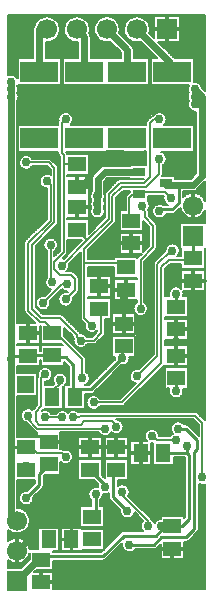
<source format=gbl>
G04 DipTrace 2.4.0.2*
%INIoDriver15.gbl*%
%MOIN*%
%ADD10C,0.0098*%
%ADD13C,0.0061*%
%ADD14C,0.0101*%
%ADD15C,0.022*%
%ADD20C,0.013*%
%ADD21R,0.0591X0.0512*%
%ADD22R,0.0512X0.0591*%
%ADD25R,0.0669X0.0669*%
%ADD26C,0.0669*%
%ADD29R,0.0413X0.0256*%
%ADD31R,0.126X0.0709*%
%ADD46C,0.0787*%
%ADD47C,0.0295*%
%ADD49C,0.04*%
%FSLAX44Y44*%
G04*
G70*
G90*
G75*
G01*
%LNBottom*%
%LPD*%
X7750Y9562D2*
D13*
Y9625D1*
X7625Y9750D1*
X6687D1*
X6562Y9625D1*
X5187D1*
X5062Y9750D1*
Y10062D1*
X5250Y10250D1*
Y11187D1*
X5375Y11312D1*
X7375Y9500D2*
X5125D1*
X4812Y9812D1*
Y9937D1*
X6937Y6562D2*
D14*
X7062Y6687D1*
Y7312D1*
X8437Y19312D2*
D15*
X8125D1*
Y19187D1*
X7437Y22812D2*
X8125Y22125D1*
Y21392D1*
X6937Y12937D2*
D13*
X7000Y13000D1*
X6875D1*
X6687Y13187D1*
Y15020D1*
Y15500D1*
X7625Y16437D1*
Y17250D1*
X7937Y17562D1*
X8750D1*
X9187Y18000D1*
Y18500D1*
X8062Y14873D2*
X7915Y15020D1*
X6687D1*
X5500Y5812D2*
D15*
Y5750D1*
X5562D1*
X8562Y13500D2*
D13*
Y15125D1*
X8977Y15540D1*
Y16272D1*
X8702Y16547D1*
Y16750D1*
X8623Y16828D1*
Y16927D1*
X5500Y9062D2*
D14*
X5314Y9248D1*
X4874D1*
X4687Y9435D1*
X4437Y5437D2*
D15*
X5000Y6000D1*
Y6187D1*
X5750Y6937D1*
Y7062D1*
X6750Y19187D2*
X6687D1*
X6437Y22812D2*
X6687Y22562D1*
Y21392D1*
X6062Y13812D2*
D13*
X6375Y14125D1*
Y14500D1*
X6250Y14625D1*
X5875D1*
X5687Y14812D1*
Y15062D1*
X6000Y15375D1*
Y18310D1*
Y18625D1*
X5937Y18687D1*
Y19687D1*
X6062Y19812D1*
X6437Y18310D2*
X6000D1*
X5500Y8314D2*
D14*
X5187Y8001D1*
Y7625D1*
X4750Y7187D1*
X5312Y13687D2*
D13*
X5937Y14312D1*
X6125D1*
X5625Y14375D2*
X5562D1*
Y15625D1*
X9750Y11189D2*
D14*
Y10750D1*
Y13560D2*
Y14000D1*
X8812Y6250D2*
D13*
Y6437D1*
X7954Y7295D1*
Y7399D1*
X9750Y9125D2*
X9125D1*
X9000Y9250D1*
X8937D1*
X10625Y7875D2*
Y9687D1*
X10375Y9937D1*
X6562D1*
X6500Y9875D1*
X6312D1*
X8125Y6750D2*
D14*
X7658Y7216D1*
Y8126D1*
X7750D1*
X6875D2*
X7375Y7626D1*
Y7562D1*
X8250Y16435D2*
D13*
X8187D1*
Y17187D1*
X8312Y17312D1*
X8500D1*
X9562Y17187D2*
X9375Y17375D1*
X8500D1*
Y17312D1*
X5250Y19187D2*
D15*
X5187D1*
Y21392D2*
Y22812D1*
X5437D1*
X6562Y12437D2*
D13*
X6437Y12562D1*
Y12625D1*
X5875Y13187D1*
X5250D1*
X4937Y13500D1*
Y15625D1*
X5687Y16375D1*
Y18187D1*
X5500Y18375D1*
X4750D1*
X7187Y13501D2*
X7250Y13439D1*
Y12687D1*
X7000Y12437D1*
X6562D1*
X5375Y9875D2*
X5954D1*
X5625Y10562D2*
X5687Y10625D1*
Y10812D1*
X5875Y11000D1*
Y11125D1*
X6937Y5814D2*
D15*
Y5780D1*
X6818D1*
X10312Y15185D2*
D14*
Y15937D1*
Y15185D2*
D13*
X10251Y15125D1*
X9500D1*
X9250Y14875D1*
Y11687D1*
X7936Y10373D1*
X7000D1*
X4750Y8125D2*
D14*
Y8250D1*
X9812Y9500D2*
X10062D1*
X10437Y9125D1*
Y8812D1*
X10355Y8730D1*
Y6168D1*
X10062Y5875D1*
X9250D1*
X9000Y5625D1*
X8187D1*
X4437Y6437D2*
D15*
Y6625D1*
X4250Y20562D2*
Y20812D1*
Y21062D1*
X9405Y17686D2*
Y17625D1*
X9840D1*
X10312D1*
X10611Y17924D1*
Y20312D1*
Y20437D1*
X10375D1*
Y20812D1*
Y20562D2*
X10611D1*
Y20437D1*
X10375Y20312D2*
X10611D1*
X4250Y21062D2*
Y12230D1*
Y8875D1*
Y6625D1*
X4437Y6437D1*
X9187Y16750D2*
D14*
X9250Y16812D1*
X9625D1*
X9840Y17027D1*
Y17625D1*
X4250Y11812D2*
D13*
Y12230D1*
X4750Y8873D2*
D14*
X4383D1*
D13*
X4750D1*
X6063Y8563D2*
X5939Y8687D1*
X5125D1*
X4939Y8873D1*
X4750D1*
X4747Y8875D1*
X4250D1*
X9250Y6250D2*
D14*
Y6125D1*
X9062Y5937D1*
X8000D1*
X7312Y5250D1*
X5312D1*
X5250D1*
D15*
X5187Y5187D1*
X4437Y4437D1*
X9310Y8687D2*
D14*
X10125D1*
Y8937D1*
X9625Y6248D2*
X9313D1*
X5312Y5250D2*
D13*
Y5125D1*
X5250D1*
X5187Y5187D2*
D15*
Y5125D1*
X5250D1*
X10375Y20812D2*
X10611Y20562D1*
X10125Y8687D2*
D14*
X10187Y8625D1*
Y6500D1*
X9935Y6248D1*
X9625D1*
X9250Y6250D2*
X9625D1*
Y6248D1*
X8000Y12248D2*
X7954Y12202D1*
Y11848D1*
X6373Y10562D2*
D13*
D3*
X4250Y11812D2*
D14*
X4375Y11937D1*
X4812D1*
X4814Y11939D1*
X5625D1*
X5690Y11873D1*
X6062D1*
X6312Y11623D1*
Y10562D1*
X6373D1*
X7954Y11848D2*
X6916Y10811D1*
X6373D1*
Y10562D1*
X8500Y18060D2*
D15*
X8498Y18062D1*
X7375D1*
X7147Y17834D1*
Y17250D1*
X7125D1*
Y16750D1*
Y17250D2*
D3*
X9812Y19187D2*
X9625D1*
X8437Y22812D2*
X9625Y21625D1*
Y21392D1*
X5937Y14937D2*
D13*
X6791Y15791D1*
X7500Y16500D1*
Y17312D1*
X7875Y17687D1*
X8687D1*
X8875Y17875D1*
Y19687D1*
X9000Y19812D1*
X9187D1*
X6437Y16126D2*
X6772Y15791D1*
X6791D1*
X8437Y11248D2*
X9125Y11936D1*
Y14999D1*
X9562Y15436D1*
X9625D1*
X5437Y17750D2*
X5500D1*
Y17687D1*
X5562Y17625D1*
Y16437D1*
X4812Y15687D1*
Y13437D1*
X5192Y13057D1*
X5380D1*
X5812Y12625D1*
X6624Y11812D1*
Y11186D1*
X5812Y12625D2*
X5625D1*
Y12687D1*
D47*
X7750Y9562D3*
X5375Y11312D3*
X7375Y9500D3*
X4812Y9937D3*
X7062Y7312D3*
X8437Y19312D3*
X6937Y12937D3*
X9187Y18500D3*
X5562Y5750D3*
X8562Y13500D3*
X8623Y16927D3*
X4687Y9435D3*
X6750Y19187D3*
X6062Y13812D3*
Y19812D3*
X4750Y7187D3*
X5312Y13687D3*
X6125Y14312D3*
X5625Y14375D3*
X5562Y15625D3*
X9750Y10750D3*
Y14000D3*
X8812Y6250D3*
X7954Y7399D3*
X9750Y9125D3*
X8937Y9250D3*
X10625Y7875D3*
X6312Y9875D3*
X8125Y6750D3*
X7375Y7562D3*
X9562Y17187D3*
X5250Y19187D3*
X6562Y12437D3*
X4750Y18375D3*
X6562Y12437D3*
X5375Y9875D3*
X5954D3*
D3*
X5875Y11125D3*
X6818Y5780D3*
X7000Y10373D3*
X4750Y8250D3*
X9812Y9500D3*
X8187Y5625D3*
X10375Y20812D3*
D3*
X9187Y16750D3*
X6063Y8563D3*
X9250Y6250D3*
X10125Y8937D3*
X9250Y6250D3*
X7954Y11848D3*
D3*
X7125Y16750D3*
X9812Y19187D3*
X5937Y14937D3*
X9187Y19812D3*
X8437Y11248D3*
X9625Y15436D3*
X5437Y17750D3*
X6624Y11186D3*
X4250Y11812D3*
Y21062D3*
Y20812D3*
Y20562D3*
X7125Y17000D3*
Y17250D3*
X10375Y20562D3*
Y20312D3*
D49*
X6187Y7500D3*
X5750D3*
Y7062D3*
X6187D3*
D47*
X8721Y16061D3*
X6812Y17750D3*
X8625Y12998D3*
Y11937D3*
D49*
X9000Y7937D3*
X9625D3*
Y7312D3*
X9000D3*
D47*
X8125Y9375D3*
X9750Y12375D3*
X7750Y15500D3*
X8000Y13875D3*
X4750Y13125D3*
X9062Y11125D3*
Y17125D3*
X4161Y23221D2*
D13*
X5302D1*
X5573D2*
X6302D1*
X6572D2*
X7302D1*
X7572D2*
X8302D1*
X8572D2*
X9002D1*
X9873D2*
X10713D1*
X4161Y23161D2*
X5181D1*
X5692D2*
X6181D1*
X6692D2*
X7181D1*
X7692D2*
X8181D1*
X8692D2*
X9002D1*
X9873D2*
X10713D1*
X4161Y23101D2*
X5114D1*
X5761D2*
X6114D1*
X6761D2*
X7114D1*
X7761D2*
X8114D1*
X8760D2*
X9002D1*
X9873D2*
X10713D1*
X4161Y23041D2*
X5068D1*
X5806D2*
X6068D1*
X6806D2*
X7068D1*
X7807D2*
X8068D1*
X8807D2*
X9002D1*
X9873D2*
X10713D1*
X4161Y22981D2*
X5036D1*
X5837D2*
X6036D1*
X6837D2*
X7036D1*
X7837D2*
X8036D1*
X8837D2*
X9002D1*
X9873D2*
X10713D1*
X4161Y22921D2*
X5007D1*
X5858D2*
X6016D1*
X6858D2*
X7016D1*
X7858D2*
X8016D1*
X8858D2*
X9002D1*
X9873D2*
X10713D1*
X4161Y22861D2*
X4982D1*
X5869D2*
X6005D1*
X6870D2*
X7004D1*
X7870D2*
X8004D1*
X8870D2*
X9002D1*
X9873D2*
X10713D1*
X4161Y22800D2*
X4976D1*
X5872D2*
X6002D1*
X6872D2*
X7002D1*
X7872D2*
X8002D1*
X8872D2*
X9002D1*
X9873D2*
X10713D1*
X4161Y22740D2*
X4976D1*
X5866D2*
X6007D1*
X6866D2*
X7007D1*
X7866D2*
X8007D1*
X8866D2*
X9002D1*
X9873D2*
X10713D1*
X4161Y22680D2*
X4976D1*
X5852D2*
X6023D1*
X6860D2*
X7023D1*
X7864D2*
X8023D1*
X8864D2*
X9002D1*
X9873D2*
X10713D1*
X4161Y22620D2*
X4976D1*
X5827D2*
X6047D1*
X6889D2*
X7047D1*
X7925D2*
X8047D1*
X8925D2*
X9002D1*
X9873D2*
X10713D1*
X4161Y22560D2*
X4976D1*
X5790D2*
X6083D1*
X6898D2*
X7083D1*
X7985D2*
X8083D1*
X9873D2*
X10713D1*
X4161Y22500D2*
X4976D1*
X5738D2*
X6136D1*
X6898D2*
X7136D1*
X8045D2*
X8136D1*
X9873D2*
X10713D1*
X4161Y22440D2*
X4976D1*
X5657D2*
X6218D1*
X6898D2*
X7218D1*
X8105D2*
X8217D1*
X9873D2*
X10713D1*
X4161Y22380D2*
X4976D1*
X5398D2*
X6476D1*
X6898D2*
X7574D1*
X8165D2*
X8574D1*
X9164D2*
X10713D1*
X4161Y22320D2*
X4976D1*
X5398D2*
X6476D1*
X6898D2*
X7634D1*
X8225D2*
X8634D1*
X9225D2*
X10713D1*
X4161Y22260D2*
X4976D1*
X5398D2*
X6476D1*
X6898D2*
X7694D1*
X8284D2*
X8693D1*
X9285D2*
X10713D1*
X4161Y22199D2*
X4976D1*
X5398D2*
X6476D1*
X6898D2*
X7754D1*
X8321D2*
X8754D1*
X9345D2*
X10713D1*
X4161Y22139D2*
X4976D1*
X5398D2*
X6476D1*
X6898D2*
X7814D1*
X8334D2*
X8814D1*
X9405D2*
X10713D1*
X4161Y22079D2*
X4976D1*
X5398D2*
X6476D1*
X6898D2*
X7874D1*
X8335D2*
X8874D1*
X9466D2*
X10713D1*
X4161Y22019D2*
X4976D1*
X5398D2*
X6476D1*
X6898D2*
X7913D1*
X8335D2*
X8934D1*
X9525D2*
X10713D1*
X4161Y21959D2*
X4976D1*
X5398D2*
X6476D1*
X6898D2*
X7913D1*
X8335D2*
X8995D1*
X9586D2*
X10713D1*
X4161Y21899D2*
X4976D1*
X5398D2*
X6476D1*
X6898D2*
X7913D1*
X8335D2*
X9054D1*
X9646D2*
X10713D1*
X4161Y21839D2*
X4457D1*
X5918D2*
X5957D1*
X8855D2*
X8894D1*
X10355D2*
X10713D1*
X4161Y21779D2*
X4457D1*
X5918D2*
X5957D1*
X8855D2*
X8894D1*
X10355D2*
X10713D1*
X4161Y21719D2*
X4457D1*
X5918D2*
X5957D1*
X8855D2*
X8894D1*
X10355D2*
X10713D1*
X4161Y21658D2*
X4457D1*
X5918D2*
X5957D1*
X8855D2*
X8894D1*
X10355D2*
X10713D1*
X4161Y21598D2*
X4457D1*
X5918D2*
X5957D1*
X8855D2*
X8894D1*
X10355D2*
X10713D1*
X4161Y21538D2*
X4457D1*
X5918D2*
X5957D1*
X8855D2*
X8894D1*
X10355D2*
X10713D1*
X4161Y21478D2*
X4457D1*
X5918D2*
X5957D1*
X8855D2*
X8894D1*
X10355D2*
X10713D1*
X4161Y21418D2*
X4457D1*
X5918D2*
X5957D1*
X8855D2*
X8894D1*
X10355D2*
X10713D1*
X4161Y21358D2*
X4457D1*
X5918D2*
X5957D1*
X8855D2*
X8894D1*
X10355D2*
X10713D1*
X4161Y21298D2*
X4189D1*
X4311D2*
X4457D1*
X5918D2*
X5957D1*
X8855D2*
X8894D1*
X10355D2*
X10713D1*
X4422Y21238D2*
X4457D1*
X5918D2*
X5957D1*
X8855D2*
X8894D1*
X10355D2*
X10713D1*
X5918Y21178D2*
X5957D1*
X8855D2*
X8894D1*
X10355D2*
X10713D1*
X5918Y21118D2*
X5957D1*
X8855D2*
X8894D1*
X10355D2*
X10713D1*
X5918Y21057D2*
X5957D1*
X8855D2*
X8894D1*
X10355D2*
X10713D1*
X5918Y20997D2*
X5957D1*
X8855D2*
X8894D1*
X10537D2*
X10713D1*
X4463Y20937D2*
X10161D1*
X10588D2*
X10713D1*
X4489Y20877D2*
X10135D1*
X10614D2*
X10713D1*
X4498Y20817D2*
X10126D1*
X10658D2*
X10713D1*
X4491Y20757D2*
X10133D1*
X4469Y20697D2*
X10155D1*
X4486Y20637D2*
X10138D1*
X4498Y20577D2*
X10127D1*
X4494Y20516D2*
X10131D1*
X4474Y20456D2*
X10150D1*
X4460Y20396D2*
X10142D1*
X4460Y20336D2*
X10127D1*
X4460Y20276D2*
X10129D1*
X4460Y20216D2*
X10146D1*
X4460Y20156D2*
X10184D1*
X4460Y20096D2*
X10260D1*
X4460Y20036D2*
X5963D1*
X6161D2*
X9088D1*
X9286D2*
X10401D1*
X4460Y19976D2*
X5877D1*
X6246D2*
X9002D1*
X9372D2*
X10401D1*
X4460Y19915D2*
X5837D1*
X6287D2*
X8923D1*
X9412D2*
X10401D1*
X4460Y19855D2*
X5817D1*
X6307D2*
X8859D1*
X9431D2*
X10401D1*
X4460Y19795D2*
X5815D1*
X6310D2*
X8800D1*
X9435D2*
X10401D1*
X4460Y19735D2*
X5815D1*
X6298D2*
X8753D1*
X9423D2*
X10401D1*
X4460Y19675D2*
X5806D1*
X6267D2*
X8743D1*
X9393D2*
X10401D1*
X10355Y19615D2*
X10401D1*
X10355Y19555D2*
X10401D1*
X10355Y19495D2*
X10401D1*
X10355Y19435D2*
X10401D1*
X10355Y19374D2*
X10401D1*
X10355Y19314D2*
X10401D1*
X10355Y19254D2*
X10401D1*
X10355Y19194D2*
X10401D1*
X10355Y19134D2*
X10401D1*
X10355Y19074D2*
X10401D1*
X10355Y19014D2*
X10401D1*
X10355Y18954D2*
X10401D1*
X10355Y18894D2*
X10401D1*
X10355Y18834D2*
X10401D1*
X10355Y18773D2*
X10401D1*
X4460Y18713D2*
X5806D1*
X6094D2*
X8743D1*
X9306D2*
X10401D1*
X4460Y18653D2*
X5811D1*
X6833D2*
X8743D1*
X9380D2*
X10401D1*
X4460Y18593D2*
X4639D1*
X4859D2*
X5848D1*
X6833D2*
X8743D1*
X9417D2*
X10401D1*
X4460Y18533D2*
X4560D1*
X4938D2*
X5868D1*
X6833D2*
X8743D1*
X9433D2*
X10401D1*
X4460Y18473D2*
X4522D1*
X5583D2*
X5868D1*
X6833D2*
X8743D1*
X9434D2*
X10401D1*
X4460Y18413D2*
X4505D1*
X5644D2*
X5868D1*
X6833D2*
X8743D1*
X9419D2*
X10401D1*
X4460Y18353D2*
X4503D1*
X5705D2*
X5868D1*
X6833D2*
X8743D1*
X9385D2*
X10401D1*
X4460Y18293D2*
X4515D1*
X5764D2*
X5868D1*
X6833D2*
X8743D1*
X9319D2*
X10401D1*
X4460Y18232D2*
X4547D1*
X4952D2*
X5459D1*
X5810D2*
X5868D1*
X6833D2*
X7255D1*
X9318D2*
X10401D1*
X4460Y18172D2*
X4610D1*
X4889D2*
X5519D1*
X5818D2*
X5868D1*
X6833D2*
X7190D1*
X9318D2*
X10401D1*
X4460Y18112D2*
X5555D1*
X5818D2*
X5868D1*
X6833D2*
X7129D1*
X9318D2*
X10401D1*
X4460Y18052D2*
X5555D1*
X5818D2*
X5868D1*
X6833D2*
X7069D1*
X9318D2*
X10401D1*
X4460Y17992D2*
X5555D1*
X5818D2*
X5868D1*
X6833D2*
X7009D1*
X9318D2*
X10384D1*
X4460Y17932D2*
X5271D1*
X5818D2*
X5868D1*
X6131D2*
X6960D1*
X9299D2*
X10324D1*
X4460Y17872D2*
X5222D1*
X5818D2*
X5868D1*
X6833D2*
X6939D1*
X9712D2*
X10263D1*
X4460Y17812D2*
X5197D1*
X5818D2*
X5868D1*
X6833D2*
X6935D1*
X7420D2*
X7858D1*
X4460Y17752D2*
X5189D1*
X5818D2*
X5868D1*
X6833D2*
X6935D1*
X7359D2*
X7756D1*
X4460Y17692D2*
X5196D1*
X5818D2*
X5868D1*
X6833D2*
X6935D1*
X7357D2*
X7695D1*
X10675D2*
X10713D1*
X4460Y17631D2*
X5220D1*
X5818D2*
X5868D1*
X6833D2*
X6935D1*
X7357D2*
X7636D1*
X10614D2*
X10713D1*
X4460Y17571D2*
X5267D1*
X5818D2*
X5868D1*
X6833D2*
X6935D1*
X7357D2*
X7575D1*
X10554D2*
X10713D1*
X4460Y17511D2*
X5388D1*
X5818D2*
X5868D1*
X6833D2*
X6935D1*
X7357D2*
X7516D1*
X10495D2*
X10713D1*
X4460Y17451D2*
X5431D1*
X5818D2*
X5868D1*
X6833D2*
X6935D1*
X7357D2*
X7456D1*
X10427D2*
X10713D1*
X4460Y17391D2*
X5431D1*
X5818D2*
X5868D1*
X6833D2*
X6922D1*
X7357D2*
X7396D1*
X7950D2*
X8193D1*
X9991D2*
X10713D1*
X4460Y17331D2*
X5431D1*
X5818D2*
X5868D1*
X6833D2*
X6890D1*
X7889D2*
X8147D1*
X9991D2*
X10136D1*
X10489D2*
X10713D1*
X4460Y17271D2*
X5431D1*
X5818D2*
X5868D1*
X6833D2*
X6877D1*
X7829D2*
X8088D1*
X9991D2*
X10036D1*
X10588D2*
X10713D1*
X4460Y17211D2*
X5431D1*
X5818D2*
X5868D1*
X6833D2*
X6880D1*
X7769D2*
X8058D1*
X8807D2*
X9315D1*
X10649D2*
X10713D1*
X4460Y17151D2*
X5431D1*
X5818D2*
X5868D1*
X6833D2*
X6897D1*
X7756D2*
X8055D1*
X8807D2*
X9316D1*
X10690D2*
X10712D1*
X4460Y17090D2*
X5431D1*
X5818D2*
X5868D1*
X6833D2*
X6894D1*
X7756D2*
X8055D1*
X8807D2*
X9334D1*
X4460Y17030D2*
X5431D1*
X5818D2*
X5868D1*
X6833D2*
X6878D1*
X7756D2*
X8055D1*
X8848D2*
X9371D1*
X4460Y16970D2*
X5431D1*
X5818D2*
X5868D1*
X6833D2*
X6878D1*
X7756D2*
X8055D1*
X8867D2*
X9081D1*
X9292D2*
X9448D1*
X4460Y16910D2*
X5431D1*
X5818D2*
X5868D1*
X6833D2*
X6893D1*
X7756D2*
X8055D1*
X8871D2*
X9000D1*
X4460Y16850D2*
X5431D1*
X5818D2*
X5868D1*
X6833D2*
X6898D1*
X7756D2*
X8055D1*
X8859D2*
X8960D1*
X4460Y16790D2*
X5431D1*
X5818D2*
X5868D1*
X6833D2*
X6880D1*
X7756D2*
X8055D1*
X8829D2*
X8942D1*
X9813D2*
X9903D1*
X4460Y16730D2*
X5431D1*
X5818D2*
X5868D1*
X6833D2*
X6877D1*
X7756D2*
X7854D1*
X8833D2*
X8939D1*
X9754D2*
X9930D1*
X10694D2*
X10713D1*
X4460Y16670D2*
X5431D1*
X5818D2*
X5868D1*
X6833D2*
X6889D1*
X7756D2*
X7854D1*
X8833D2*
X8953D1*
X9658D2*
X9970D1*
X10654D2*
X10713D1*
X4460Y16610D2*
X5431D1*
X5818D2*
X5868D1*
X6833D2*
X6921D1*
X7329D2*
X7369D1*
X7756D2*
X7854D1*
X8833D2*
X8983D1*
X9391D2*
X10028D1*
X10595D2*
X10713D1*
X4460Y16550D2*
X5431D1*
X5818D2*
X5868D1*
X6833D2*
X6981D1*
X7267D2*
X7366D1*
X7756D2*
X7854D1*
X8882D2*
X9045D1*
X9330D2*
X10121D1*
X10502D2*
X10713D1*
X4460Y16489D2*
X5431D1*
X5818D2*
X5868D1*
X6131D2*
X7306D1*
X7756D2*
X7854D1*
X8943D2*
X10713D1*
X4460Y16429D2*
X5371D1*
X5818D2*
X5868D1*
X6833D2*
X7246D1*
X7756D2*
X7854D1*
X9003D2*
X10713D1*
X4460Y16369D2*
X5311D1*
X5818D2*
X5868D1*
X6833D2*
X7186D1*
X7736D2*
X7854D1*
X8645D2*
X8696D1*
X9063D2*
X10713D1*
X4460Y16309D2*
X5251D1*
X5800D2*
X5868D1*
X6833D2*
X7126D1*
X7680D2*
X7854D1*
X8645D2*
X8757D1*
X9103D2*
X9877D1*
X4460Y16249D2*
X5191D1*
X5744D2*
X5868D1*
X6833D2*
X7066D1*
X7619D2*
X7854D1*
X8645D2*
X8817D1*
X9109D2*
X9877D1*
X4460Y16189D2*
X5130D1*
X5685D2*
X5868D1*
X6833D2*
X7005D1*
X7560D2*
X7854D1*
X8645D2*
X8846D1*
X9109D2*
X9877D1*
X4460Y16129D2*
X5071D1*
X5624D2*
X5868D1*
X6833D2*
X6946D1*
X7499D2*
X7854D1*
X8645D2*
X8846D1*
X9109D2*
X9877D1*
X4460Y16069D2*
X5010D1*
X5564D2*
X5868D1*
X6833D2*
X6885D1*
X7439D2*
X8846D1*
X9109D2*
X9877D1*
X4460Y16009D2*
X4951D1*
X5504D2*
X5868D1*
X7380D2*
X7854D1*
X8645D2*
X8846D1*
X9109D2*
X9877D1*
X4460Y15948D2*
X4890D1*
X5444D2*
X5868D1*
X7319D2*
X7854D1*
X8645D2*
X8846D1*
X9109D2*
X9877D1*
X4460Y15888D2*
X4830D1*
X5384D2*
X5868D1*
X7259D2*
X7854D1*
X8645D2*
X8846D1*
X9109D2*
X9877D1*
X4460Y15828D2*
X4770D1*
X5324D2*
X5425D1*
X5699D2*
X5868D1*
X7199D2*
X7854D1*
X8645D2*
X8846D1*
X9109D2*
X9877D1*
X4460Y15768D2*
X4711D1*
X5264D2*
X5361D1*
X5763D2*
X5868D1*
X6131D2*
X6585D1*
X7139D2*
X7854D1*
X8645D2*
X8846D1*
X9109D2*
X9877D1*
X4460Y15708D2*
X4682D1*
X5204D2*
X5329D1*
X5795D2*
X5868D1*
X6131D2*
X6525D1*
X7079D2*
X7854D1*
X8645D2*
X8846D1*
X9109D2*
X9877D1*
X4460Y15648D2*
X4680D1*
X5144D2*
X5315D1*
X5810D2*
X5868D1*
X6131D2*
X6465D1*
X7019D2*
X7854D1*
X8645D2*
X8846D1*
X9109D2*
X9501D1*
X9748D2*
X9877D1*
X4460Y15588D2*
X4680D1*
X5083D2*
X5316D1*
X5808D2*
X5868D1*
X6131D2*
X6405D1*
X6958D2*
X7854D1*
X8645D2*
X8842D1*
X9109D2*
X9430D1*
X9820D2*
X9877D1*
X4460Y15528D2*
X4680D1*
X5069D2*
X5334D1*
X5790D2*
X5868D1*
X6131D2*
X6344D1*
X6899D2*
X7854D1*
X8645D2*
X8782D1*
X9108D2*
X9395D1*
X9855D2*
X9877D1*
X4460Y15468D2*
X4680D1*
X5069D2*
X5371D1*
X5753D2*
X5868D1*
X6131D2*
X6285D1*
X6838D2*
X7854D1*
X8645D2*
X8722D1*
X9086D2*
X9379D1*
X9871D2*
X9916D1*
X4460Y15408D2*
X4680D1*
X5069D2*
X5431D1*
X5693D2*
X5849D1*
X6131D2*
X6224D1*
X6818D2*
X7854D1*
X9028D2*
X9351D1*
X9872D2*
X9916D1*
X4460Y15347D2*
X4680D1*
X5069D2*
X5431D1*
X5693D2*
X5790D1*
X6128D2*
X6164D1*
X6530D2*
X6556D1*
X6818D2*
X7854D1*
X8968D2*
X9290D1*
X9856D2*
X9916D1*
X4460Y15287D2*
X4680D1*
X5069D2*
X5431D1*
X5693D2*
X5729D1*
X6471D2*
X6555D1*
X6818D2*
X8542D1*
X8908D2*
X9231D1*
X9822D2*
X9916D1*
X4460Y15227D2*
X4680D1*
X5069D2*
X5431D1*
X6410D2*
X6555D1*
X6818D2*
X8481D1*
X8848D2*
X9170D1*
X4460Y15167D2*
X4680D1*
X5069D2*
X5431D1*
X6350D2*
X6555D1*
X6818D2*
X7666D1*
X8787D2*
X9110D1*
X4460Y15107D2*
X4680D1*
X5069D2*
X5431D1*
X6290D2*
X6555D1*
X8728D2*
X9050D1*
X4460Y15047D2*
X4680D1*
X5069D2*
X5431D1*
X6230D2*
X6555D1*
X8693D2*
X9003D1*
X4460Y14987D2*
X4680D1*
X5069D2*
X5431D1*
X6180D2*
X6555D1*
X8693D2*
X8994D1*
X9544D2*
X9916D1*
X4460Y14927D2*
X4680D1*
X5069D2*
X5431D1*
X6185D2*
X6555D1*
X8693D2*
X8994D1*
X9485D2*
X9916D1*
X4460Y14867D2*
X4680D1*
X5069D2*
X5431D1*
X6175D2*
X6555D1*
X6818D2*
X7666D1*
X8693D2*
X8994D1*
X9425D2*
X9916D1*
X4460Y14806D2*
X4680D1*
X5069D2*
X5431D1*
X6147D2*
X6555D1*
X6818D2*
X7666D1*
X8693D2*
X8994D1*
X9380D2*
X10713D1*
X4460Y14746D2*
X4680D1*
X5069D2*
X5431D1*
X6285D2*
X6555D1*
X6818D2*
X7666D1*
X8693D2*
X8994D1*
X9380D2*
X9916D1*
X4460Y14686D2*
X4680D1*
X5069D2*
X5431D1*
X6371D2*
X6555D1*
X6818D2*
X7666D1*
X8693D2*
X8994D1*
X9380D2*
X9916D1*
X4460Y14626D2*
X4680D1*
X5069D2*
X5431D1*
X6431D2*
X6555D1*
X6818D2*
X7666D1*
X8693D2*
X8994D1*
X9380D2*
X9916D1*
X4460Y14566D2*
X4680D1*
X5069D2*
X5431D1*
X6487D2*
X6555D1*
X7583D2*
X7666D1*
X8693D2*
X8994D1*
X9380D2*
X9916D1*
X4460Y14506D2*
X4680D1*
X5069D2*
X5415D1*
X6505D2*
X6555D1*
X7583D2*
X8431D1*
X8693D2*
X8994D1*
X9380D2*
X9916D1*
X4460Y14446D2*
X4680D1*
X5069D2*
X5387D1*
X6506D2*
X6555D1*
X7583D2*
X7666D1*
X8693D2*
X8994D1*
X9380D2*
X9916D1*
X4460Y14386D2*
X4680D1*
X5069D2*
X5377D1*
X6506D2*
X6555D1*
X7583D2*
X7666D1*
X8693D2*
X8994D1*
X9380D2*
X9916D1*
X4460Y14326D2*
X4680D1*
X5069D2*
X5381D1*
X6506D2*
X6555D1*
X7583D2*
X7666D1*
X8693D2*
X8994D1*
X9380D2*
X9916D1*
X4460Y14266D2*
X4680D1*
X5069D2*
X5402D1*
X6506D2*
X6555D1*
X7583D2*
X7666D1*
X8693D2*
X8994D1*
X9380D2*
X9916D1*
X4460Y14205D2*
X4680D1*
X5069D2*
X5445D1*
X6506D2*
X6555D1*
X7583D2*
X7666D1*
X8693D2*
X8994D1*
X9380D2*
X9616D1*
X9883D2*
X9917D1*
X4460Y14145D2*
X4680D1*
X5069D2*
X5540D1*
X6506D2*
X6555D1*
X7583D2*
X7666D1*
X8693D2*
X8994D1*
X9380D2*
X9550D1*
X4460Y14085D2*
X4680D1*
X5069D2*
X5527D1*
X5893D2*
X6033D1*
X6500D2*
X6555D1*
X7583D2*
X7666D1*
X8693D2*
X8994D1*
X9380D2*
X9517D1*
X9982D2*
X10713D1*
X4460Y14025D2*
X4680D1*
X5069D2*
X5467D1*
X5834D2*
X5941D1*
X6458D2*
X6555D1*
X7583D2*
X7666D1*
X8693D2*
X8994D1*
X9380D2*
X9502D1*
X9996D2*
X10713D1*
X4460Y13965D2*
X4680D1*
X5069D2*
X5407D1*
X5773D2*
X5868D1*
X6398D2*
X6555D1*
X7583D2*
X7666D1*
X8693D2*
X8994D1*
X9380D2*
X9503D1*
X9996D2*
X10713D1*
X4460Y13905D2*
X4680D1*
X5069D2*
X5200D1*
X5713D2*
X5833D1*
X6338D2*
X6555D1*
X7583D2*
X7666D1*
X8693D2*
X8994D1*
X10145D2*
X10713D1*
X4460Y13845D2*
X4680D1*
X5069D2*
X5123D1*
X5653D2*
X5816D1*
X6308D2*
X6555D1*
X7583D2*
X7666D1*
X8693D2*
X8994D1*
X10145D2*
X10713D1*
X4460Y13785D2*
X4680D1*
X5593D2*
X5815D1*
X6309D2*
X6555D1*
X7583D2*
X7666D1*
X8693D2*
X8994D1*
X10145D2*
X10713D1*
X4460Y13725D2*
X4680D1*
X5557D2*
X5830D1*
X6294D2*
X6555D1*
X7583D2*
X8431D1*
X8693D2*
X8994D1*
X10145D2*
X10713D1*
X4460Y13665D2*
X4680D1*
X5559D2*
X5863D1*
X6261D2*
X6555D1*
X7583D2*
X8379D1*
X8745D2*
X8994D1*
X10145D2*
X10713D1*
X4460Y13604D2*
X4680D1*
X5546D2*
X5932D1*
X6192D2*
X6555D1*
X7583D2*
X8337D1*
X8786D2*
X8994D1*
X10145D2*
X10713D1*
X4460Y13544D2*
X4680D1*
X5075D2*
X5110D1*
X5514D2*
X6555D1*
X7583D2*
X8318D1*
X8807D2*
X8994D1*
X10145D2*
X10713D1*
X4460Y13484D2*
X4680D1*
X5136D2*
X5173D1*
X5451D2*
X6555D1*
X7583D2*
X8314D1*
X8809D2*
X8994D1*
X10145D2*
X10713D1*
X4460Y13424D2*
X4681D1*
X5195D2*
X6555D1*
X7583D2*
X8326D1*
X8798D2*
X8994D1*
X10145D2*
X10713D1*
X4460Y13364D2*
X4704D1*
X5256D2*
X6555D1*
X7583D2*
X8356D1*
X8769D2*
X8994D1*
X10145D2*
X10713D1*
X4460Y13304D2*
X4762D1*
X5926D2*
X6555D1*
X7583D2*
X7603D1*
X8711D2*
X8994D1*
X10145D2*
X10713D1*
X4460Y13244D2*
X4822D1*
X6001D2*
X6555D1*
X7583D2*
X7603D1*
X8396D2*
X8994D1*
X10145D2*
X10713D1*
X4460Y13184D2*
X4882D1*
X6061D2*
X6555D1*
X7583D2*
X7603D1*
X8396D2*
X8994D1*
X9380D2*
X10713D1*
X4460Y13124D2*
X4942D1*
X6121D2*
X6573D1*
X7380D2*
X7603D1*
X8396D2*
X8994D1*
X10145D2*
X10713D1*
X4460Y13063D2*
X5003D1*
X6181D2*
X6627D1*
X7380D2*
X7603D1*
X8396D2*
X8994D1*
X10145D2*
X10713D1*
X6241Y13003D2*
X6688D1*
X7380D2*
X7603D1*
X8396D2*
X8994D1*
X10145D2*
X10713D1*
X6302Y12943D2*
X6689D1*
X7380D2*
X7603D1*
X8396D2*
X8994D1*
X10145D2*
X10713D1*
X5208Y12883D2*
X5228D1*
X6361D2*
X6695D1*
X7380D2*
X7603D1*
X8396D2*
X8994D1*
X10145D2*
X10713D1*
X5208Y12823D2*
X5228D1*
X6021D2*
X6055D1*
X6422D2*
X6718D1*
X7380D2*
X7603D1*
X8396D2*
X8994D1*
X10145D2*
X10713D1*
X5208Y12763D2*
X5228D1*
X6021D2*
X6116D1*
X6481D2*
X6763D1*
X7380D2*
X7603D1*
X8396D2*
X8994D1*
X10145D2*
X10713D1*
X5208Y12703D2*
X5228D1*
X6021D2*
X6175D1*
X6541D2*
X6869D1*
X7004D2*
X7082D1*
X7380D2*
X7603D1*
X8396D2*
X8994D1*
X10145D2*
X10713D1*
X5208Y12643D2*
X5228D1*
X6021D2*
X6236D1*
X6696D2*
X7022D1*
X7373D2*
X8994D1*
X10145D2*
X10713D1*
X5208Y12583D2*
X5228D1*
X6037D2*
X6295D1*
X6762D2*
X6962D1*
X7329D2*
X7603D1*
X8396D2*
X8994D1*
X10145D2*
X10713D1*
X5208Y12523D2*
X5228D1*
X6097D2*
X6312D1*
X7268D2*
X7603D1*
X8396D2*
X8994D1*
X10145D2*
X10713D1*
X5208Y12462D2*
X5228D1*
X6157D2*
X6315D1*
X7208D2*
X7603D1*
X8396D2*
X8994D1*
X10145D2*
X10713D1*
X5208Y12402D2*
X5228D1*
X6217D2*
X6316D1*
X7148D2*
X7603D1*
X8396D2*
X8994D1*
X9380D2*
X10713D1*
X5208Y12342D2*
X5228D1*
X6278D2*
X6333D1*
X7088D2*
X7603D1*
X8396D2*
X8994D1*
X9380D2*
X10713D1*
X5208Y12282D2*
X5228D1*
X6337D2*
X6370D1*
X6754D2*
X7603D1*
X8396D2*
X8994D1*
X10145D2*
X10713D1*
X5208Y12222D2*
X5228D1*
X6398D2*
X6445D1*
X6679D2*
X7603D1*
X8396D2*
X8994D1*
X10145D2*
X10713D1*
X5208Y12162D2*
X5228D1*
X6458D2*
X7603D1*
X8396D2*
X8994D1*
X10145D2*
X10713D1*
X5208Y12102D2*
X5228D1*
X6518D2*
X7603D1*
X8396D2*
X8994D1*
X10145D2*
X10713D1*
X6578Y12042D2*
X7603D1*
X8396D2*
X8994D1*
X10145D2*
X10713D1*
X6638Y11982D2*
X7603D1*
X8396D2*
X8987D1*
X10145D2*
X10713D1*
X6698Y11921D2*
X7603D1*
X8396D2*
X8928D1*
X10145D2*
X10713D1*
X6745Y11861D2*
X7706D1*
X8202D2*
X8867D1*
X10145D2*
X10713D1*
X6756Y11801D2*
X7696D1*
X8197D2*
X8807D1*
X10145D2*
X10713D1*
X5208Y11741D2*
X5228D1*
X6756D2*
X7636D1*
X8177D2*
X8747D1*
X10145D2*
X10713D1*
X5208Y11681D2*
X5228D1*
X6021D2*
X6043D1*
X6756D2*
X7575D1*
X8135D2*
X8687D1*
X10145D2*
X10713D1*
X5208Y11621D2*
X5228D1*
X6021D2*
X6103D1*
X6756D2*
X7516D1*
X8044D2*
X8627D1*
X10145D2*
X10713D1*
X4460Y11561D2*
X6161D1*
X6756D2*
X7456D1*
X7878D2*
X8567D1*
X9306D2*
X10713D1*
X4460Y11501D2*
X5217D1*
X5532D2*
X6161D1*
X6756D2*
X7395D1*
X7817D2*
X8506D1*
X9246D2*
X9354D1*
X10145D2*
X10713D1*
X4460Y11441D2*
X5163D1*
X5586D2*
X6161D1*
X6756D2*
X7336D1*
X7758D2*
X8285D1*
X9187D2*
X9354D1*
X10145D2*
X10713D1*
X4460Y11381D2*
X5136D1*
X5613D2*
X6161D1*
X6774D2*
X7275D1*
X7697D2*
X8228D1*
X9126D2*
X9354D1*
X10145D2*
X10713D1*
X5100Y11320D2*
X5127D1*
X5622D2*
X5726D1*
X6023D2*
X6161D1*
X6832D2*
X7216D1*
X7638D2*
X8200D1*
X9066D2*
X9354D1*
X10145D2*
X10713D1*
X5100Y11260D2*
X5132D1*
X5618D2*
X5668D1*
X6081D2*
X6161D1*
X6861D2*
X7155D1*
X7577D2*
X8190D1*
X9006D2*
X9354D1*
X10145D2*
X10713D1*
X5596Y11200D2*
X5638D1*
X6111D2*
X6161D1*
X6872D2*
X7095D1*
X7517D2*
X8193D1*
X8946D2*
X9354D1*
X10145D2*
X10713D1*
X5551Y11140D2*
X5626D1*
X6122D2*
X6161D1*
X6868D2*
X7035D1*
X7457D2*
X8215D1*
X8886D2*
X9354D1*
X10145D2*
X10713D1*
X5450Y11080D2*
X5630D1*
X6119D2*
X6161D1*
X6849D2*
X6975D1*
X7397D2*
X8257D1*
X8826D2*
X9354D1*
X10145D2*
X10713D1*
X5381Y11020D2*
X5650D1*
X6099D2*
X6161D1*
X6807D2*
X6914D1*
X7336D2*
X8351D1*
X8765D2*
X9354D1*
X10145D2*
X10713D1*
X5381Y10960D2*
X5651D1*
X6058D2*
X6161D1*
X6717D2*
X6855D1*
X7277D2*
X8339D1*
X8706D2*
X9354D1*
X10145D2*
X10713D1*
X5981Y10900D2*
X6016D1*
X7216D2*
X8279D1*
X8645D2*
X9354D1*
X10145D2*
X10713D1*
X5981Y10840D2*
X6016D1*
X7156D2*
X8218D1*
X8585D2*
X9354D1*
X10145D2*
X10713D1*
X5981Y10779D2*
X6016D1*
X7096D2*
X8159D1*
X8525D2*
X9503D1*
X9996D2*
X10713D1*
X5981Y10719D2*
X6016D1*
X7036D2*
X8098D1*
X8465D2*
X9503D1*
X9996D2*
X10713D1*
X5981Y10659D2*
X6016D1*
X6729D2*
X8039D1*
X8404D2*
X9519D1*
X9980D2*
X10713D1*
X5981Y10599D2*
X6016D1*
X6729D2*
X6907D1*
X7093D2*
X7979D1*
X8345D2*
X9553D1*
X9946D2*
X10713D1*
X4460Y10539D2*
X5118D1*
X5981D2*
X6016D1*
X6729D2*
X6817D1*
X7182D2*
X7918D1*
X8284D2*
X9623D1*
X9876D2*
X10713D1*
X4460Y10479D2*
X5118D1*
X5981D2*
X6016D1*
X6729D2*
X6776D1*
X8225D2*
X10713D1*
X4460Y10419D2*
X5118D1*
X5981D2*
X6016D1*
X6729D2*
X6756D1*
X8165D2*
X10713D1*
X4460Y10359D2*
X5118D1*
X5981D2*
X6016D1*
X6729D2*
X6752D1*
X8104D2*
X10713D1*
X4460Y10299D2*
X5116D1*
X5981D2*
X6016D1*
X6729D2*
X6763D1*
X8045D2*
X10713D1*
X4460Y10239D2*
X5055D1*
X5981D2*
X6016D1*
X6729D2*
X6792D1*
X7207D2*
X10713D1*
X4460Y10178D2*
X4788D1*
X4836D2*
X4995D1*
X5981D2*
X6016D1*
X6729D2*
X6849D1*
X7149D2*
X10713D1*
X4460Y10118D2*
X4646D1*
X5302D2*
X10713D1*
X4460Y10058D2*
X4597D1*
X5538D2*
X5790D1*
X6118D2*
X6148D1*
X6476D2*
X6525D1*
X10412D2*
X10713D1*
X4460Y9998D2*
X4572D1*
X10496D2*
X10713D1*
X4460Y9938D2*
X4564D1*
X10557D2*
X10713D1*
X4460Y9878D2*
X4571D1*
X10616D2*
X10713D1*
X4460Y9818D2*
X4595D1*
X10677D2*
X10713D1*
X4460Y9758D2*
X4643D1*
X7898D2*
X10371D1*
X4460Y9698D2*
X4744D1*
X7956D2*
X9667D1*
X9957D2*
X10430D1*
X4460Y9637D2*
X4803D1*
X7986D2*
X9607D1*
X10113D2*
X10491D1*
X4460Y9577D2*
X4864D1*
X7998D2*
X9576D1*
X10195D2*
X10493D1*
X4460Y9517D2*
X4924D1*
X7994D2*
X9565D1*
X10256D2*
X10493D1*
X4460Y9457D2*
X4983D1*
X7974D2*
X8807D1*
X9068D2*
X9568D1*
X10315D2*
X10493D1*
X4460Y9397D2*
X5047D1*
X7933D2*
X8739D1*
X9135D2*
X9587D1*
X10376D2*
X10493D1*
X4460Y9337D2*
X5103D1*
X5895D2*
X7189D1*
X7560D2*
X7654D1*
X7845D2*
X8705D1*
X9169D2*
X9626D1*
X10436D2*
X10493D1*
X4460Y9277D2*
X5103D1*
X5895D2*
X7273D1*
X7475D2*
X8691D1*
X9184D2*
X9555D1*
X5895Y9217D2*
X6479D1*
X7270D2*
X7354D1*
X8145D2*
X8691D1*
X5895Y9157D2*
X6479D1*
X7270D2*
X7354D1*
X8145D2*
X8707D1*
X5895Y9097D2*
X6479D1*
X7270D2*
X7354D1*
X8145D2*
X8743D1*
X5895Y9036D2*
X6479D1*
X7270D2*
X7354D1*
X8145D2*
X8206D1*
X5895Y8976D2*
X6479D1*
X7270D2*
X7354D1*
X8145D2*
X8206D1*
X8919D2*
X8954D1*
X5895Y8916D2*
X6479D1*
X7270D2*
X7354D1*
X8145D2*
X8206D1*
X8919D2*
X8954D1*
X5895Y8856D2*
X6479D1*
X7270D2*
X7354D1*
X8145D2*
X8206D1*
X8919D2*
X8954D1*
X6135Y8796D2*
X6479D1*
X7270D2*
X7354D1*
X8145D2*
X8206D1*
X8919D2*
X8954D1*
X6239Y8736D2*
X6479D1*
X7270D2*
X7354D1*
X8145D2*
X8206D1*
X8919D2*
X8954D1*
X6284Y8676D2*
X6479D1*
X7270D2*
X7354D1*
X8145D2*
X8206D1*
X8919D2*
X8954D1*
X6306Y8616D2*
X6479D1*
X7270D2*
X7354D1*
X8145D2*
X8206D1*
X8919D2*
X8954D1*
X6311Y8556D2*
X6479D1*
X7270D2*
X7354D1*
X8145D2*
X8206D1*
X8919D2*
X8954D1*
X6302Y8495D2*
X8206D1*
X8919D2*
X8954D1*
X9666D2*
X10036D1*
X6275Y8435D2*
X6479D1*
X7270D2*
X7354D1*
X8145D2*
X8206D1*
X8919D2*
X8954D1*
X9666D2*
X10036D1*
X6222Y8375D2*
X6479D1*
X7270D2*
X7354D1*
X8145D2*
X8206D1*
X8919D2*
X8954D1*
X9666D2*
X10036D1*
X5895Y8315D2*
X6479D1*
X7270D2*
X7354D1*
X8145D2*
X8206D1*
X8919D2*
X8954D1*
X9666D2*
X10036D1*
X5895Y8255D2*
X6479D1*
X7270D2*
X7354D1*
X8145D2*
X10036D1*
X5895Y8195D2*
X6479D1*
X7270D2*
X7354D1*
X8145D2*
X10036D1*
X5895Y8135D2*
X6479D1*
X7270D2*
X7354D1*
X8145D2*
X10036D1*
X5895Y8075D2*
X6479D1*
X7270D2*
X7354D1*
X8145D2*
X10036D1*
X5895Y8015D2*
X6479D1*
X7270D2*
X7354D1*
X8145D2*
X10036D1*
X5351Y7955D2*
X6479D1*
X7270D2*
X7354D1*
X8145D2*
X10036D1*
X5338Y7894D2*
X6479D1*
X7317D2*
X7354D1*
X8145D2*
X10036D1*
X5338Y7834D2*
X6479D1*
X8145D2*
X10036D1*
X5338Y7774D2*
X7016D1*
X7809D2*
X10036D1*
X4460Y7714D2*
X5036D1*
X5338D2*
X7076D1*
X7809D2*
X10036D1*
X4460Y7654D2*
X5006D1*
X5338D2*
X7136D1*
X7809D2*
X10036D1*
X4460Y7594D2*
X4945D1*
X5335D2*
X7128D1*
X8104D2*
X10036D1*
X10506D2*
X10713D1*
X4460Y7534D2*
X4886D1*
X5306D2*
X6958D1*
X8161D2*
X10036D1*
X10506D2*
X10713D1*
X4460Y7474D2*
X4825D1*
X5247D2*
X6876D1*
X8190D2*
X10036D1*
X10506D2*
X10713D1*
X4460Y7414D2*
X4658D1*
X5187D2*
X6837D1*
X8202D2*
X10036D1*
X10506D2*
X10713D1*
X4460Y7353D2*
X4568D1*
X5127D2*
X6817D1*
X8198D2*
X10036D1*
X10506D2*
X10713D1*
X4460Y7293D2*
X4526D1*
X5067D2*
X6814D1*
X7309D2*
X7507D1*
X8178D2*
X10036D1*
X10506D2*
X10713D1*
X4460Y7233D2*
X4506D1*
X5006D2*
X6827D1*
X7297D2*
X7507D1*
X8199D2*
X10036D1*
X10506D2*
X10713D1*
X4460Y7173D2*
X4502D1*
X4998D2*
X6858D1*
X7266D2*
X7514D1*
X8259D2*
X10036D1*
X10506D2*
X10713D1*
X4460Y7113D2*
X4513D1*
X4986D2*
X6911D1*
X7213D2*
X7550D1*
X8319D2*
X10036D1*
X10506D2*
X10713D1*
X4460Y7053D2*
X4542D1*
X4957D2*
X6911D1*
X7213D2*
X7610D1*
X8379D2*
X10036D1*
X10506D2*
X10713D1*
X4460Y6993D2*
X4599D1*
X4900D2*
X6911D1*
X7213D2*
X7670D1*
X8439D2*
X10036D1*
X10506D2*
X10713D1*
X4460Y6933D2*
X6911D1*
X7213D2*
X7730D1*
X8499D2*
X10036D1*
X10506D2*
X10713D1*
X4460Y6873D2*
X6541D1*
X7333D2*
X7790D1*
X8560D2*
X10036D1*
X10506D2*
X10713D1*
X4650Y6813D2*
X6541D1*
X7333D2*
X7851D1*
X8619D2*
X10036D1*
X10506D2*
X10713D1*
X4734Y6752D2*
X6541D1*
X7333D2*
X7876D1*
X8680D2*
X10036D1*
X10506D2*
X10713D1*
X4788Y6692D2*
X6541D1*
X7333D2*
X7884D1*
X8740D2*
X10036D1*
X10506D2*
X10713D1*
X4825Y6632D2*
X6541D1*
X7333D2*
X7907D1*
X8342D2*
X8433D1*
X8800D2*
X10036D1*
X10506D2*
X10713D1*
X4851Y6572D2*
X6541D1*
X7333D2*
X7954D1*
X8295D2*
X8494D1*
X8860D2*
X9229D1*
X10506D2*
X10713D1*
X4865Y6512D2*
X6541D1*
X7333D2*
X8072D1*
X8178D2*
X8554D1*
X8919D2*
X9229D1*
X10506D2*
X10713D1*
X4872Y6452D2*
X6541D1*
X7333D2*
X8614D1*
X8951D2*
X9111D1*
X10506D2*
X10713D1*
X4870Y6392D2*
X6541D1*
X7333D2*
X8610D1*
X9014D2*
X9048D1*
X10506D2*
X10713D1*
X4859Y6332D2*
X6541D1*
X7333D2*
X8578D1*
X10506D2*
X10713D1*
X4839Y6272D2*
X6541D1*
X7333D2*
X8565D1*
X10506D2*
X10713D1*
X4809Y6211D2*
X8567D1*
X10506D2*
X10713D1*
X4764Y6151D2*
X5143D1*
X5856D2*
X5892D1*
X7333D2*
X8585D1*
X10505D2*
X10713D1*
X4697Y6091D2*
X5143D1*
X5856D2*
X5892D1*
X7333D2*
X8622D1*
X10484D2*
X10713D1*
X4161Y6031D2*
X4292D1*
X4582D2*
X5143D1*
X5856D2*
X5892D1*
X7333D2*
X7883D1*
X10429D2*
X10713D1*
X4161Y5971D2*
X5143D1*
X5856D2*
X5892D1*
X7333D2*
X7822D1*
X10370D2*
X10713D1*
X4161Y5911D2*
X5143D1*
X5856D2*
X5892D1*
X7333D2*
X7763D1*
X10309D2*
X10713D1*
X4161Y5851D2*
X4317D1*
X4556D2*
X5143D1*
X5856D2*
X5892D1*
X7333D2*
X7702D1*
X10249D2*
X10713D1*
X4161Y5791D2*
X4188D1*
X4686D2*
X5143D1*
X5856D2*
X5892D1*
X7333D2*
X7643D1*
X10189D2*
X10713D1*
X4756Y5731D2*
X5143D1*
X5856D2*
X5892D1*
X7333D2*
X7582D1*
X10085D2*
X10713D1*
X4803Y5671D2*
X5143D1*
X5856D2*
X5892D1*
X7333D2*
X7522D1*
X10020D2*
X10713D1*
X4836Y5610D2*
X5143D1*
X5856D2*
X5892D1*
X7333D2*
X7462D1*
X7884D2*
X7939D1*
X9196D2*
X9229D1*
X10020D2*
X10713D1*
X4857Y5550D2*
X5143D1*
X5856D2*
X5892D1*
X7333D2*
X7402D1*
X7824D2*
X7951D1*
X9137D2*
X9229D1*
X10020D2*
X10713D1*
X4869Y5490D2*
X5143D1*
X5856D2*
X5892D1*
X7763D2*
X7979D1*
X9060D2*
X9229D1*
X10020D2*
X10713D1*
X5856Y5430D2*
X5892D1*
X6604D2*
X7282D1*
X7704D2*
X8036D1*
X8337D2*
X9229D1*
X10020D2*
X10713D1*
X7643Y5370D2*
X9229D1*
X10020D2*
X10713D1*
X7583Y5310D2*
X9229D1*
X10020D2*
X10713D1*
X4829Y5250D2*
X4854D1*
X7523D2*
X9229D1*
X10020D2*
X10713D1*
X4794Y5190D2*
X4854D1*
X7463D2*
X9229D1*
X10020D2*
X10713D1*
X4742Y5130D2*
X4834D1*
X7400D2*
X10713D1*
X4161Y5069D2*
X4209D1*
X4665D2*
X4774D1*
X5645D2*
X10713D1*
X4161Y5009D2*
X4395D1*
X4479D2*
X4714D1*
X5645D2*
X10713D1*
X4161Y4949D2*
X4653D1*
X5645D2*
X10713D1*
X4161Y4889D2*
X4594D1*
X5645D2*
X10713D1*
X5645Y4829D2*
X10713D1*
X5065Y4769D2*
X10713D1*
X5645Y4709D2*
X10713D1*
X5645Y4649D2*
X10713D1*
X5645Y4589D2*
X10713D1*
X5645Y4529D2*
X10713D1*
X5645Y4468D2*
X10713D1*
X5645Y4408D2*
X10713D1*
X5645Y4348D2*
X10713D1*
X5645Y4288D2*
X10713D1*
X5645Y4228D2*
X10713D1*
X5645Y4168D2*
X10713D1*
X4454Y12287D2*
X5202D1*
Y12083D1*
X5235Y12084D1*
Y12289D1*
X5971D1*
X5922Y12337D1*
X5235D1*
Y12931D1*
X5202D1*
Y12335D1*
X4454D1*
Y12288D1*
X5202Y11793D2*
Y11587D1*
X4454D1*
Y11344D1*
X5094D1*
Y10592D1*
X4454D1*
Y9223D1*
X5109D1*
X5110Y9369D1*
Y9375D1*
X5094Y9378D1*
X5066Y9389D1*
X5036Y9411D1*
X4741Y9706D1*
X4705Y9720D1*
X4678Y9735D1*
X4654Y9754D1*
X4632Y9775D1*
X4613Y9799D1*
X4597Y9825D1*
X4585Y9853D1*
X4576Y9883D1*
X4571Y9913D1*
X4570Y9944D1*
X4573Y9974D1*
X4579Y10004D1*
X4590Y10033D1*
X4604Y10061D1*
X4621Y10086D1*
X4641Y10109D1*
X4664Y10129D1*
X4690Y10146D1*
X4717Y10160D1*
X4746Y10170D1*
X4776Y10177D1*
X4807Y10179D1*
X4837Y10178D1*
X4868Y10173D1*
X4897Y10164D1*
X4925Y10151D1*
X4958Y10131D1*
X4995Y10172D1*
X5125Y10302D1*
X5124Y10741D1*
Y11187D1*
X5128Y11217D1*
X5140Y11247D1*
X5133Y11288D1*
X5132Y11319D1*
X5135Y11349D1*
X5142Y11379D1*
X5152Y11408D1*
X5166Y11436D1*
X5183Y11461D1*
X5204Y11484D1*
X5227Y11504D1*
X5252Y11521D1*
X5280Y11535D1*
X5309Y11545D1*
X5339Y11552D1*
X5369Y11554D1*
X5400Y11553D1*
X5430Y11548D1*
X5460Y11539D1*
X5488Y11526D1*
X5514Y11510D1*
X5538Y11491D1*
X5559Y11469D1*
X5577Y11444D1*
X5592Y11418D1*
X5604Y11389D1*
X5612Y11360D1*
X5617Y11312D1*
X5615Y11281D1*
X5609Y11251D1*
X5599Y11222D1*
X5586Y11194D1*
X5570Y11169D1*
X5550Y11145D1*
X5527Y11124D1*
X5502Y11106D1*
X5475Y11092D1*
X5447Y11081D1*
X5417Y11074D1*
X5374Y11070D1*
X5375Y10952D1*
X5649D1*
X5679Y10981D1*
X5660Y11013D1*
X5647Y11041D1*
X5638Y11070D1*
X5633Y11101D1*
X5632Y11131D1*
X5635Y11162D1*
X5642Y11192D1*
X5652Y11221D1*
X5666Y11248D1*
X5683Y11273D1*
X5704Y11296D1*
X5727Y11317D1*
X5752Y11334D1*
X5780Y11347D1*
X5809Y11358D1*
X5839Y11364D1*
X5869Y11367D1*
X5900Y11365D1*
X5930Y11360D1*
X5960Y11351D1*
X5988Y11339D1*
X6014Y11323D1*
X6038Y11304D1*
X6059Y11281D1*
X6077Y11257D1*
X6092Y11230D1*
X6104Y11202D1*
X6112Y11172D1*
X6117Y11125D1*
X6115Y11094D1*
X6109Y11064D1*
X6099Y11035D1*
X6086Y11007D1*
X6070Y10981D1*
X6044Y10952D1*
X6167D1*
X6166Y11564D1*
X6015Y11715D1*
X6014Y11588D1*
X5235D1*
Y11795D1*
X5201Y11794D1*
X4454Y13036D2*
X5037D1*
X4723Y13348D1*
X4705Y13373D1*
X4692Y13401D1*
X4687Y13437D1*
Y15687D1*
X4690Y15717D1*
X4701Y15746D1*
X4723Y15776D1*
X5437Y16489D1*
Y17507D1*
X5388Y17512D1*
X5358Y17520D1*
X5330Y17532D1*
X5303Y17548D1*
X5279Y17566D1*
X5257Y17587D1*
X5238Y17612D1*
X5222Y17638D1*
X5210Y17666D1*
X5201Y17695D1*
X5196Y17726D1*
X5195Y17756D1*
X5198Y17787D1*
X5204Y17817D1*
X5215Y17846D1*
X5229Y17873D1*
X5246Y17898D1*
X5266Y17921D1*
X5289Y17942D1*
X5315Y17959D1*
X5342Y17972D1*
X5371Y17983D1*
X5401Y17989D1*
X5432Y17992D1*
X5462Y17990D1*
X5493Y17985D1*
X5522Y17976D1*
X5562Y17956D1*
Y18135D1*
X5447Y18250D1*
X4957Y18249D1*
X4925Y18208D1*
X4902Y18187D1*
X4877Y18169D1*
X4850Y18154D1*
X4822Y18143D1*
X4792Y18136D1*
X4761Y18133D1*
X4731D1*
X4700Y18137D1*
X4671Y18145D1*
X4642Y18157D1*
X4616Y18173D1*
X4591Y18191D1*
X4569Y18212D1*
X4550Y18237D1*
X4535Y18263D1*
X4522Y18291D1*
X4513Y18320D1*
X4508Y18351D1*
X4507Y18381D1*
X4510Y18412D1*
X4517Y18442D1*
X4527Y18471D1*
X4541Y18498D1*
X4558Y18523D1*
X4579Y18546D1*
X4602Y18567D1*
X4627Y18584D1*
X4655Y18597D1*
X4684Y18608D1*
X4714Y18614D1*
X4744Y18617D1*
X4775Y18615D1*
X4805Y18610D1*
X4835Y18601D1*
X4863Y18589D1*
X4889Y18573D1*
X4913Y18554D1*
X4934Y18531D1*
X4957Y18499D1*
X5500Y18500D1*
X5530Y18496D1*
X5558Y18485D1*
X5588Y18463D1*
X5776Y18276D1*
X5794Y18251D1*
X5807Y18223D1*
X5812Y18187D1*
Y16375D1*
X5809Y16344D1*
X5798Y16316D1*
X5776Y16286D1*
X5062Y15573D1*
Y13551D1*
X5302Y13312D1*
X5875D1*
X5905Y13309D1*
X5933Y13298D1*
X5963Y13276D1*
X6526Y12713D1*
X6545Y12688D1*
X6557Y12679D1*
X6587Y12678D1*
X6618Y12673D1*
X6647Y12664D1*
X6675Y12651D1*
X6701Y12635D1*
X6725Y12616D1*
X6747Y12594D1*
X6769Y12562D1*
X6949D1*
X7041Y12656D1*
X7125Y12739D1*
X7124Y12784D1*
X7090Y12749D1*
X7065Y12731D1*
X7038Y12717D1*
X7009Y12706D1*
X6979Y12699D1*
X6949Y12695D1*
X6918Y12696D1*
X6888Y12700D1*
X6858Y12708D1*
X6830Y12720D1*
X6803Y12735D1*
X6779Y12754D1*
X6757Y12775D1*
X6738Y12799D1*
X6722Y12825D1*
X6710Y12853D1*
X6701Y12883D1*
X6696Y12913D1*
X6695Y12944D1*
X6698Y12974D1*
X6702Y12994D1*
X6598Y13098D1*
X6580Y13123D1*
X6567Y13151D1*
X6562Y13187D1*
Y15385D1*
X6172Y14995D1*
X6179Y14954D1*
X6177Y14906D1*
X6171Y14876D1*
X6162Y14847D1*
X6149Y14819D1*
X6132Y14794D1*
X6112Y14770D1*
X6091Y14750D1*
X6250D1*
X6280Y14746D1*
X6308Y14735D1*
X6338Y14713D1*
X6463Y14588D1*
X6482Y14564D1*
X6494Y14536D1*
X6500Y14500D1*
Y14125D1*
X6496Y14094D1*
X6485Y14066D1*
X6463Y14036D1*
X6297Y13870D1*
X6304Y13829D1*
X6302Y13781D1*
X6296Y13751D1*
X6287Y13722D1*
X6274Y13694D1*
X6257Y13669D1*
X6237Y13645D1*
X6215Y13624D1*
X6190Y13606D1*
X6163Y13592D1*
X6134Y13581D1*
X6104Y13574D1*
X6074Y13570D1*
X6043Y13571D1*
X6013Y13575D1*
X5983Y13583D1*
X5955Y13595D1*
X5928Y13610D1*
X5904Y13629D1*
X5882Y13650D1*
X5863Y13674D1*
X5847Y13700D1*
X5835Y13728D1*
X5826Y13758D1*
X5821Y13788D1*
X5820Y13819D1*
X5823Y13849D1*
X5829Y13879D1*
X5840Y13908D1*
X5854Y13936D1*
X5871Y13961D1*
X5891Y13984D1*
X5914Y14004D1*
X5940Y14021D1*
X5967Y14035D1*
X5996Y14045D1*
X6026Y14052D1*
X6057Y14054D1*
X6087Y14053D1*
X6120Y14047D1*
X6144Y14071D1*
X6106D1*
X6075Y14075D1*
X6046Y14083D1*
X6017Y14095D1*
X5991Y14110D1*
X5966Y14129D1*
X5948Y14147D1*
X5743Y13941D1*
X5547Y13745D1*
X5554Y13704D1*
X5552Y13656D1*
X5546Y13626D1*
X5537Y13597D1*
X5524Y13569D1*
X5507Y13544D1*
X5487Y13520D1*
X5465Y13499D1*
X5440Y13481D1*
X5413Y13467D1*
X5384Y13456D1*
X5354Y13449D1*
X5324Y13445D1*
X5293Y13446D1*
X5263Y13450D1*
X5233Y13458D1*
X5205Y13470D1*
X5178Y13485D1*
X5154Y13504D1*
X5132Y13525D1*
X5113Y13549D1*
X5097Y13575D1*
X5085Y13603D1*
X5076Y13633D1*
X5071Y13663D1*
X5070Y13694D1*
X5073Y13724D1*
X5079Y13754D1*
X5090Y13783D1*
X5104Y13811D1*
X5121Y13836D1*
X5141Y13859D1*
X5164Y13879D1*
X5190Y13896D1*
X5217Y13910D1*
X5246Y13920D1*
X5276Y13927D1*
X5307Y13929D1*
X5337Y13928D1*
X5370Y13922D1*
X5584Y14136D1*
X5546Y14145D1*
X5517Y14157D1*
X5491Y14173D1*
X5466Y14191D1*
X5444Y14212D1*
X5425Y14237D1*
X5410Y14263D1*
X5397Y14291D1*
X5388Y14320D1*
X5383Y14351D1*
X5382Y14381D1*
X5385Y14412D1*
X5392Y14442D1*
X5402Y14471D1*
X5416Y14498D1*
X5437Y14528D1*
Y15418D1*
X5404Y15441D1*
X5382Y15462D1*
X5363Y15487D1*
X5347Y15513D1*
X5335Y15541D1*
X5326Y15570D1*
X5321Y15601D1*
X5320Y15631D1*
X5323Y15662D1*
X5329Y15692D1*
X5340Y15721D1*
X5354Y15748D1*
X5371Y15773D1*
X5391Y15796D1*
X5414Y15817D1*
X5440Y15834D1*
X5467Y15847D1*
X5496Y15858D1*
X5526Y15864D1*
X5557Y15867D1*
X5587Y15865D1*
X5618Y15860D1*
X5647Y15851D1*
X5675Y15839D1*
X5701Y15823D1*
X5725Y15804D1*
X5747Y15781D1*
X5765Y15757D1*
X5780Y15730D1*
X5792Y15702D1*
X5800Y15672D1*
X5804Y15625D1*
X5802Y15594D1*
X5796Y15564D1*
X5787Y15535D1*
X5774Y15507D1*
X5757Y15481D1*
X5737Y15458D1*
X5715Y15437D1*
X5687Y15417D1*
Y15240D1*
X5875Y15427D1*
X5874Y16818D1*
Y18572D1*
X5848Y18598D1*
X5830Y18623D1*
X5817Y18651D1*
X5812Y18687D1*
Y18738D1*
X4463D1*
Y19636D1*
X5813D1*
X5812Y19687D1*
X5815Y19717D1*
X5827Y19747D1*
X5821Y19788D1*
X5820Y19819D1*
X5823Y19849D1*
X5829Y19879D1*
X5840Y19908D1*
X5854Y19936D1*
X5871Y19961D1*
X5891Y19984D1*
X5914Y20004D1*
X5940Y20021D1*
X5967Y20035D1*
X5996Y20045D1*
X6026Y20052D1*
X6057Y20054D1*
X6087Y20053D1*
X6118Y20048D1*
X6147Y20039D1*
X6175Y20026D1*
X6201Y20010D1*
X6225Y19991D1*
X6246Y19969D1*
X6265Y19944D1*
X6280Y19918D1*
X6292Y19889D1*
X6299Y19860D1*
X6304Y19812D1*
X6302Y19781D1*
X6296Y19751D1*
X6287Y19722D1*
X6274Y19694D1*
X6257Y19669D1*
X6227Y19635D1*
X6485Y19636D1*
X7412Y19635D1*
X7431Y19636D1*
X8750D1*
X8749Y19687D1*
X8753Y19717D1*
X8764Y19746D1*
X8786Y19776D1*
X8911Y19901D1*
X8935Y19919D1*
X8975Y19935D1*
X8979Y19936D1*
X8996Y19961D1*
X9016Y19984D1*
X9039Y20004D1*
X9065Y20021D1*
X9092Y20035D1*
X9121Y20045D1*
X9151Y20052D1*
X9182Y20054D1*
X9212Y20053D1*
X9243Y20048D1*
X9272Y20039D1*
X9300Y20026D1*
X9326Y20010D1*
X9350Y19991D1*
X9372Y19969D1*
X9390Y19944D1*
X9405Y19918D1*
X9417Y19889D1*
X9425Y19860D1*
X9429Y19812D1*
X9427Y19781D1*
X9421Y19751D1*
X9412Y19722D1*
X9399Y19694D1*
X9382Y19669D1*
X9352Y19635D1*
X9576Y19636D1*
X10349D1*
Y18738D1*
X9227D1*
X9272Y18726D1*
X9300Y18714D1*
X9326Y18698D1*
X9350Y18679D1*
X9372Y18656D1*
X9390Y18632D1*
X9405Y18605D1*
X9417Y18577D1*
X9425Y18547D1*
X9429Y18500D1*
X9427Y18469D1*
X9421Y18439D1*
X9412Y18410D1*
X9399Y18382D1*
X9382Y18356D1*
X9362Y18333D1*
X9340Y18312D1*
X9312Y18292D1*
Y18000D1*
X9309Y17969D1*
X9298Y17941D1*
X9274Y17909D1*
X9706D1*
Y17829D1*
X10226D1*
X10407Y18009D1*
X10406Y20072D1*
X10386Y20070D1*
X10356Y20071D1*
X10325Y20075D1*
X10296Y20083D1*
X10267Y20095D1*
X10241Y20110D1*
X10216Y20129D1*
X10194Y20150D1*
X10175Y20174D1*
X10160Y20200D1*
X10147Y20228D1*
X10138Y20258D1*
X10133Y20288D1*
X10132Y20319D1*
X10135Y20349D1*
X10142Y20379D1*
X10152Y20408D1*
X10167Y20436D1*
X10147Y20478D1*
X10138Y20508D1*
X10133Y20538D1*
X10132Y20569D1*
X10135Y20599D1*
X10142Y20629D1*
X10152Y20658D1*
X10167Y20686D1*
X10147Y20728D1*
X10138Y20758D1*
X10133Y20788D1*
X10132Y20819D1*
X10135Y20849D1*
X10142Y20879D1*
X10152Y20908D1*
X10171Y20943D1*
X8900D1*
Y21841D1*
X9120D1*
X8980Y21979D1*
X8559Y22401D1*
X8497Y22387D1*
X8436Y22383D1*
X8374Y22387D1*
X8315Y22401D1*
X8257Y22422D1*
X8203Y22452D1*
X8154Y22489D1*
X8111Y22533D1*
X8075Y22582D1*
X8046Y22636D1*
X8024Y22693D1*
X8012Y22753D1*
X8008Y22815D1*
X8013Y22876D1*
X8026Y22936D1*
X8048Y22993D1*
X8078Y23047D1*
X8115Y23096D1*
X8159Y23139D1*
X8208Y23175D1*
X8262Y23204D1*
X8320Y23225D1*
X8380Y23237D1*
X8441Y23241D1*
X8502Y23236D1*
X8562Y23223D1*
X8619Y23201D1*
X8673Y23171D1*
X8722Y23133D1*
X8765Y23089D1*
X8801Y23040D1*
X8830Y22986D1*
X8850Y22928D1*
X8863Y22868D1*
X8866Y22812D1*
X8862Y22751D1*
X8848Y22690D1*
X9007Y22531D1*
X9008Y22727D1*
Y23241D1*
X9866D1*
Y22383D1*
X9156D1*
X9698Y21841D1*
X10349D1*
Y21053D1*
X10400D1*
X10430Y21048D1*
X10460Y21039D1*
X10488Y21026D1*
X10514Y21010D1*
X10538Y20991D1*
X10559Y20969D1*
X10577Y20944D1*
X10592Y20918D1*
X10604Y20889D1*
X10612Y20859D1*
X10719Y20746D1*
Y22580D1*
Y23281D1*
X4155D1*
Y21284D1*
X4184Y21295D1*
X4214Y21302D1*
X4244Y21304D1*
X4275Y21303D1*
X4305Y21298D1*
X4335Y21289D1*
X4363Y21276D1*
X4389Y21260D1*
X4413Y21241D1*
X4434Y21219D1*
X4452Y21194D1*
X4462Y21177D1*
X4463Y21841D1*
X4982D1*
Y22374D1*
Y22812D1*
X4984Y22843D1*
X4991Y22873D1*
X5003Y22901D1*
X5028Y22941D1*
X5048Y22993D1*
X5078Y23047D1*
X5115Y23096D1*
X5159Y23139D1*
X5208Y23175D1*
X5262Y23204D1*
X5320Y23225D1*
X5380Y23237D1*
X5441Y23241D1*
X5502Y23236D1*
X5562Y23223D1*
X5619Y23201D1*
X5673Y23171D1*
X5722Y23133D1*
X5765Y23089D1*
X5801Y23040D1*
X5830Y22986D1*
X5850Y22928D1*
X5863Y22868D1*
X5866Y22812D1*
X5862Y22751D1*
X5849Y22691D1*
X5827Y22633D1*
X5798Y22580D1*
X5761Y22530D1*
X5718Y22487D1*
X5668Y22450D1*
X5614Y22421D1*
X5557Y22400D1*
X5497Y22387D1*
X5436Y22383D1*
X5393Y22385D1*
X5392Y22259D1*
Y21840D1*
X5660Y21841D1*
X5912D1*
Y20943D1*
X4463D1*
Y20948D1*
X4457Y20937D1*
X4467Y20918D1*
X4479Y20889D1*
X4487Y20860D1*
X4492Y20812D1*
X4490Y20781D1*
X4484Y20751D1*
X4474Y20722D1*
X4457Y20687D1*
X4467Y20668D1*
X4479Y20639D1*
X4487Y20610D1*
X4492Y20562D1*
X4490Y20531D1*
X4484Y20501D1*
X4474Y20472D1*
X4455Y20434D1*
X4454Y13035D1*
X7640Y12599D2*
X8389D1*
Y11898D1*
X8191D1*
X8196Y11848D1*
X8194Y11817D1*
X8188Y11787D1*
X8179Y11758D1*
X8165Y11730D1*
X8149Y11704D1*
X8129Y11681D1*
X8107Y11660D1*
X8082Y11642D1*
X8055Y11628D1*
X8026Y11617D1*
X7996Y11609D1*
X7966Y11606D1*
X7919Y11609D1*
X7275Y10964D1*
X7019Y10708D1*
X6995Y10689D1*
X6968Y10675D1*
X6942Y10668D1*
X6886Y10666D1*
X6724D1*
X6723Y10172D1*
X6022D1*
Y10933D1*
X6002Y10919D1*
X5975Y10904D1*
Y10172D1*
X5348D1*
X5270Y10092D1*
X5309Y10108D1*
X5339Y10114D1*
X5369Y10117D1*
X5400Y10115D1*
X5430Y10110D1*
X5460Y10101D1*
X5488Y10089D1*
X5514Y10073D1*
X5538Y10054D1*
X5559Y10031D1*
X5582Y9999D1*
X5746Y10000D1*
X5763Y10023D1*
X5783Y10046D1*
X5806Y10067D1*
X5832Y10084D1*
X5859Y10097D1*
X5888Y10108D1*
X5918Y10114D1*
X5949Y10117D1*
X5979Y10115D1*
X6009Y10110D1*
X6039Y10101D1*
X6067Y10089D1*
X6093Y10073D1*
X6117Y10054D1*
X6132Y10038D1*
X6164Y10067D1*
X6190Y10084D1*
X6217Y10097D1*
X6246Y10108D1*
X6276Y10114D1*
X6307Y10117D1*
X6337Y10115D1*
X6368Y10110D1*
X6397Y10101D1*
X6425Y10089D1*
X6451Y10073D1*
X6475Y10054D1*
X6489Y10039D1*
X6526Y10057D1*
X6562Y10062D1*
X10375D1*
X10405Y10059D1*
X10433Y10048D1*
X10463Y10026D1*
X10714Y9775D1*
X10719D1*
Y15509D1*
X10702Y15508D1*
Y14835D1*
X9922D1*
Y14999D1*
X9576D1*
X9552D1*
X9374Y14822D1*
X9375Y14045D1*
Y13910D1*
X9524Y13911D1*
X9513Y13945D1*
X9508Y13976D1*
X9507Y14006D1*
X9510Y14037D1*
X9517Y14067D1*
X9527Y14096D1*
X9541Y14123D1*
X9558Y14148D1*
X9579Y14171D1*
X9602Y14192D1*
X9627Y14209D1*
X9655Y14222D1*
X9684Y14233D1*
X9714Y14239D1*
X9744Y14242D1*
X9775Y14240D1*
X9805Y14235D1*
X9835Y14226D1*
X9863Y14214D1*
X9889Y14198D1*
X9923Y14168D1*
X9922Y14308D1*
Y14787D1*
X10702D1*
Y14087D1*
X9975D1*
X9987Y14047D1*
X9992Y14000D1*
X9990Y13969D1*
X9984Y13939D1*
X9975Y13911D1*
X10139D1*
Y13210D1*
X9375D1*
Y13162D1*
X9403D1*
X10139D1*
Y12462D1*
X9375D1*
Y12288D1*
X9415Y12287D1*
X10139D1*
Y11587D1*
X9360D1*
Y11627D1*
X9338Y11598D1*
X8024Y10284D1*
X8000Y10266D1*
X7972Y10253D1*
X7936Y10248D1*
X7207D1*
X7175Y10206D1*
X7152Y10185D1*
X7127Y10167D1*
X7100Y10153D1*
X7072Y10142D1*
X7042Y10135D1*
X7011Y10131D1*
X6981Y10132D1*
X6950Y10136D1*
X6921Y10144D1*
X6892Y10156D1*
X6866Y10171D1*
X6841Y10190D1*
X6819Y10211D1*
X6800Y10235D1*
X6785Y10261D1*
X6772Y10289D1*
X6763Y10319D1*
X6758Y10349D1*
X6757Y10380D1*
X6760Y10410D1*
X6767Y10440D1*
X6777Y10469D1*
X6791Y10497D1*
X6808Y10522D1*
X6829Y10545D1*
X6852Y10565D1*
X6877Y10582D1*
X6905Y10596D1*
X6934Y10606D1*
X6964Y10613D1*
X6994Y10615D1*
X7025Y10614D1*
X7055Y10609D1*
X7085Y10600D1*
X7113Y10587D1*
X7139Y10571D1*
X7163Y10552D1*
X7184Y10530D1*
X7207Y10498D1*
X7883D1*
X8395Y11009D1*
X8358Y11019D1*
X8330Y11031D1*
X8304Y11046D1*
X8279Y11065D1*
X8257Y11086D1*
X8238Y11110D1*
X8222Y11136D1*
X8210Y11165D1*
X8201Y11194D1*
X8196Y11224D1*
X8195Y11255D1*
X8198Y11285D1*
X8204Y11315D1*
X8215Y11344D1*
X8229Y11372D1*
X8246Y11397D1*
X8266Y11420D1*
X8290Y11440D1*
X8315Y11457D1*
X8342Y11471D1*
X8371Y11481D1*
X8401Y11488D1*
X8432Y11490D1*
X8463Y11489D1*
X8496Y11483D1*
X8783Y11771D1*
X8999Y11987D1*
Y14999D1*
X9003Y15029D1*
X9014Y15058D1*
X9036Y15087D1*
X9383Y15434D1*
X9385Y15473D1*
X9392Y15503D1*
X9402Y15532D1*
X9416Y15560D1*
X9434Y15585D1*
X9454Y15608D1*
X9477Y15628D1*
X9503Y15645D1*
X9530Y15659D1*
X9559Y15669D1*
X9589Y15676D1*
X9620Y15678D1*
X9650Y15677D1*
X9681Y15672D1*
X9710Y15663D1*
X9738Y15650D1*
X9764Y15634D1*
X9788Y15615D1*
X9809Y15593D1*
X9828Y15568D1*
X9843Y15542D1*
X9854Y15513D1*
X9862Y15484D1*
X9867Y15436D1*
X9865Y15405D1*
X9859Y15375D1*
X9850Y15346D1*
X9837Y15318D1*
X9820Y15293D1*
X9800Y15269D1*
X9780Y15250D1*
X9923D1*
X9922Y15507D1*
X9883Y15508D1*
Y16366D1*
X10718D1*
X10719Y16800D1*
X10702Y16758D1*
X10679Y16715D1*
X10652Y16674D1*
X10619Y16637D1*
X10583Y16604D1*
X10543Y16575D1*
X10501Y16551D1*
X10455Y16532D1*
X10408Y16519D1*
X10360Y16510D1*
X10311Y16508D1*
X10262Y16511D1*
X10213Y16519D1*
X10166Y16533D1*
X10121Y16553D1*
X10078Y16577D1*
X10039Y16606D1*
X10003Y16639D1*
X9971Y16677D1*
X9943Y16717D1*
X9921Y16761D1*
X9903Y16807D1*
X9891Y16854D1*
X9888Y16871D1*
X9727Y16709D1*
X9703Y16690D1*
X9676Y16676D1*
X9650Y16669D1*
X9594Y16667D1*
X9414D1*
X9399Y16632D1*
X9382Y16606D1*
X9362Y16583D1*
X9340Y16562D1*
X9315Y16544D1*
X9288Y16529D1*
X9259Y16518D1*
X9229Y16511D1*
X9199Y16508D1*
X9168D1*
X9138Y16512D1*
X9108Y16520D1*
X9080Y16532D1*
X9053Y16548D1*
X9029Y16566D1*
X9007Y16587D1*
X8988Y16612D1*
X8972Y16638D1*
X8960Y16666D1*
X8951Y16695D1*
X8946Y16726D1*
X8945Y16756D1*
X8948Y16787D1*
X8954Y16817D1*
X8965Y16846D1*
X8979Y16873D1*
X8996Y16898D1*
X9016Y16921D1*
X9039Y16942D1*
X9065Y16959D1*
X9092Y16972D1*
X9121Y16983D1*
X9151Y16989D1*
X9182Y16992D1*
X9212Y16990D1*
X9243Y16985D1*
X9272Y16976D1*
X9311Y16957D1*
X9483Y16958D1*
X9455Y16970D1*
X9428Y16985D1*
X9404Y17004D1*
X9382Y17025D1*
X9363Y17049D1*
X9347Y17075D1*
X9335Y17103D1*
X9326Y17133D1*
X9321Y17163D1*
X9320Y17194D1*
X9323Y17224D1*
X9327Y17244D1*
X9313Y17249D1*
X8802D1*
X8801Y17091D1*
X8826Y17059D1*
X8841Y17032D1*
X8853Y17004D1*
X8861Y16974D1*
X8865Y16927D1*
X8863Y16896D1*
X8858Y16866D1*
X8848Y16837D1*
X8835Y16809D1*
X8822Y16786D1*
X8827Y16750D1*
Y16599D1*
X9066Y16360D1*
X9085Y16336D1*
X9097Y16308D1*
X9103Y16272D1*
Y15540D1*
X9099Y15509D1*
X9088Y15481D1*
X9066Y15451D1*
X8687Y15072D1*
Y14848D1*
Y13707D1*
X8725Y13679D1*
X8747Y13656D1*
X8765Y13632D1*
X8780Y13605D1*
X8792Y13577D1*
X8800Y13547D1*
X8804Y13500D1*
X8802Y13469D1*
X8796Y13439D1*
X8787Y13410D1*
X8774Y13382D1*
X8757Y13356D1*
X8737Y13333D1*
X8715Y13312D1*
X8690Y13294D1*
X8663Y13279D1*
X8634Y13268D1*
X8604Y13261D1*
X8574Y13258D1*
X8543D1*
X8513Y13262D1*
X8483Y13270D1*
X8455Y13282D1*
X8428Y13298D1*
X8404Y13316D1*
X8389Y13328D1*
Y12646D1*
X7610D1*
Y13347D1*
X8374D1*
X8347Y13388D1*
X8335Y13416D1*
X8326Y13445D1*
X8321Y13476D1*
X8320Y13506D1*
X8323Y13537D1*
X8329Y13567D1*
X8340Y13596D1*
X8354Y13623D1*
X8371Y13648D1*
X8391Y13671D1*
X8414Y13692D1*
X8437Y13707D1*
Y13775D1*
X8409Y13774D1*
X7672D1*
Y14475D1*
X8437D1*
Y14522D1*
X7868D1*
X7672D1*
Y14895D1*
X7608Y14894D1*
X6812D1*
Y14600D1*
X7577D1*
Y13899D1*
X6812D1*
Y13852D1*
X7577D1*
Y13151D1*
X7374D1*
X7375Y12687D1*
X7371Y12657D1*
X7360Y12628D1*
X7338Y12598D1*
X7088Y12348D1*
X7064Y12330D1*
X7036Y12317D1*
X7000Y12312D1*
X6768D1*
X6757Y12294D1*
X6737Y12270D1*
X6715Y12249D1*
X6690Y12231D1*
X6663Y12217D1*
X6634Y12206D1*
X6604Y12199D1*
X6574Y12195D1*
X6543Y12196D1*
X6513Y12200D1*
X6483Y12208D1*
X6455Y12220D1*
X6428Y12235D1*
X6404Y12254D1*
X6382Y12275D1*
X6363Y12299D1*
X6347Y12325D1*
X6335Y12353D1*
X6326Y12383D1*
X6321Y12413D1*
X6320Y12444D1*
X6323Y12474D1*
X6328Y12500D1*
X6314Y12537D1*
X6312Y12573D1*
X6014Y12870D1*
Y12599D1*
X6713Y11901D1*
X6732Y11876D1*
X6744Y11848D1*
X6750Y11812D1*
Y11393D1*
X6788Y11365D1*
X6809Y11343D1*
X6827Y11318D1*
X6842Y11291D1*
X6854Y11263D1*
X6862Y11233D1*
X6867Y11186D1*
X6865Y11155D1*
X6859Y11125D1*
X6849Y11096D1*
X6836Y11068D1*
X6820Y11042D1*
X6800Y11019D1*
X6777Y10998D1*
X6752Y10980D1*
X6725Y10965D1*
X6699Y10955D1*
X6857Y10957D1*
X7714Y11814D1*
X7712Y11855D1*
X7717Y11897D1*
X7610Y11898D1*
Y12599D1*
X7640D1*
X8218Y9077D2*
X8767D1*
X8738Y9112D1*
X8722Y9138D1*
X8710Y9166D1*
X8701Y9195D1*
X8696Y9226D1*
X8695Y9256D1*
X8698Y9287D1*
X8704Y9317D1*
X8715Y9346D1*
X8729Y9373D1*
X8746Y9398D1*
X8766Y9421D1*
X8789Y9442D1*
X8815Y9459D1*
X8842Y9472D1*
X8871Y9483D1*
X8901Y9489D1*
X8932Y9492D1*
X8962Y9490D1*
X8993Y9485D1*
X9022Y9476D1*
X9050Y9464D1*
X9076Y9448D1*
X9100Y9429D1*
X9122Y9406D1*
X9140Y9382D1*
X9155Y9355D1*
X9167Y9327D1*
X9175Y9297D1*
X9179Y9250D1*
X9542D1*
X9558Y9273D1*
X9579Y9296D1*
X9602Y9317D1*
X9633Y9337D1*
X9613Y9362D1*
X9597Y9388D1*
X9585Y9416D1*
X9576Y9445D1*
X9571Y9476D1*
X9570Y9506D1*
X9573Y9537D1*
X9579Y9567D1*
X9590Y9596D1*
X9604Y9623D1*
X9621Y9648D1*
X9641Y9671D1*
X9664Y9692D1*
X9690Y9709D1*
X9717Y9722D1*
X9746Y9733D1*
X9776Y9739D1*
X9807Y9742D1*
X9837Y9740D1*
X9868Y9735D1*
X9897Y9726D1*
X9925Y9714D1*
X9951Y9698D1*
X9975Y9679D1*
X10005Y9645D1*
X10062Y9644D1*
X10092Y9641D1*
X10122Y9632D1*
X10145Y9618D1*
X10186Y9580D1*
X10499Y9267D1*
Y9635D1*
X10322Y9812D1*
X9545D1*
X7738D1*
X7805Y9798D1*
X7835Y9789D1*
X7863Y9776D1*
X7889Y9760D1*
X7913Y9741D1*
X7934Y9719D1*
X7952Y9694D1*
X7967Y9668D1*
X7979Y9639D1*
X7987Y9610D1*
X7992Y9562D1*
X7990Y9531D1*
X7984Y9501D1*
X7974Y9472D1*
X7961Y9444D1*
X7945Y9419D1*
X7925Y9395D1*
X7902Y9374D1*
X7877Y9356D1*
X7850Y9342D1*
X7822Y9331D1*
X7792Y9324D1*
X7761Y9320D1*
X7731Y9321D1*
X7700Y9325D1*
X7671Y9333D1*
X7642Y9345D1*
X7616Y9360D1*
X7587Y9383D1*
X7570Y9356D1*
X7550Y9333D1*
X7527Y9312D1*
X7502Y9294D1*
X7475Y9279D1*
X7447Y9268D1*
X7417Y9261D1*
X7386Y9258D1*
X7356D1*
X7325Y9262D1*
X7296Y9270D1*
X7267Y9282D1*
X7241Y9298D1*
X7216Y9316D1*
X7194Y9337D1*
X7168Y9374D1*
X5890D1*
X5889Y9265D1*
Y8812D1*
X5939D1*
X5969Y8809D1*
X5999Y8797D1*
X5982Y8805D1*
X6027Y8803D1*
X6058Y8805D1*
X6088Y8804D1*
X6119Y8799D1*
X6148Y8790D1*
X6176Y8777D1*
X6202Y8761D1*
X6226Y8742D1*
X6247Y8720D1*
X6266Y8695D1*
X6281Y8669D1*
X6293Y8640D1*
X6300Y8611D1*
X6305Y8563D1*
X6303Y8532D1*
X6297Y8502D1*
X6288Y8473D1*
X6275Y8445D1*
X6258Y8420D1*
X6238Y8396D1*
X6216Y8375D1*
X6191Y8357D1*
X6164Y8343D1*
X6135Y8332D1*
X6105Y8325D1*
X6075Y8321D1*
X6044D1*
X6014Y8326D1*
X5984Y8334D1*
X5956Y8346D1*
X5929Y8361D1*
X5905Y8379D1*
X5889Y8395D1*
Y7963D1*
X5353D1*
X5332Y7940D1*
Y7625D1*
X5329Y7594D1*
X5319Y7565D1*
X5306Y7542D1*
X5268Y7500D1*
X4989Y7221D1*
X4992Y7187D1*
X4990Y7156D1*
X4984Y7126D1*
X4974Y7097D1*
X4961Y7069D1*
X4945Y7044D1*
X4925Y7020D1*
X4902Y6999D1*
X4877Y6981D1*
X4850Y6967D1*
X4822Y6956D1*
X4792Y6949D1*
X4761Y6945D1*
X4731Y6946D1*
X4700Y6950D1*
X4671Y6958D1*
X4642Y6970D1*
X4616Y6985D1*
X4591Y7004D1*
X4569Y7025D1*
X4550Y7049D1*
X4535Y7075D1*
X4522Y7103D1*
X4513Y7133D1*
X4508Y7163D1*
X4507Y7194D1*
X4510Y7224D1*
X4517Y7254D1*
X4527Y7283D1*
X4541Y7311D1*
X4558Y7336D1*
X4579Y7359D1*
X4602Y7379D1*
X4627Y7396D1*
X4655Y7410D1*
X4684Y7420D1*
X4714Y7427D1*
X4744Y7429D1*
X4783Y7426D1*
X5043Y7685D1*
X5042Y7773D1*
X4740Y7774D1*
X4455D1*
X4454Y7678D1*
Y6865D1*
X4502Y6861D1*
X4562Y6848D1*
X4619Y6826D1*
X4673Y6796D1*
X4722Y6758D1*
X4765Y6714D1*
X4801Y6665D1*
X4830Y6611D1*
X4850Y6553D1*
X4863Y6493D1*
X4866Y6437D1*
X4862Y6376D1*
X4849Y6316D1*
X4827Y6258D1*
X4798Y6205D1*
X4761Y6155D1*
X4718Y6112D1*
X4668Y6075D1*
X4614Y6046D1*
X4557Y6025D1*
X4497Y6012D1*
X4436Y6008D1*
X4374Y6012D1*
X4315Y6026D1*
X4257Y6047D1*
X4203Y6077D1*
X4155Y6113D1*
Y5761D1*
X4198Y5793D1*
X4240Y5818D1*
X4285Y5838D1*
X4332Y5853D1*
X4380Y5862D1*
X4429Y5866D1*
X4478Y5864D1*
X4526Y5857D1*
X4574Y5844D1*
X4619Y5826D1*
X4663Y5802D1*
X4703Y5774D1*
X4740Y5741D1*
X4772Y5705D1*
X4801Y5665D1*
X4824Y5622D1*
X4843Y5576D1*
X4856Y5529D1*
X4864Y5481D1*
X4865Y5475D1*
X5148D1*
X5149Y5944D1*
Y6202D1*
X5850D1*
Y5422D1*
X5640D1*
X5639Y5393D1*
X5711Y5394D1*
X7253Y5395D1*
X7897Y6040D1*
X7921Y6059D1*
X7948Y6073D1*
X7974Y6080D1*
X8030Y6082D1*
X8638D1*
X8613Y6112D1*
X8597Y6138D1*
X8585Y6166D1*
X8576Y6195D1*
X8571Y6226D1*
X8570Y6256D1*
X8573Y6287D1*
X8579Y6317D1*
X8590Y6346D1*
X8604Y6373D1*
X8621Y6398D1*
X8646Y6426D1*
X8363Y6709D1*
X8349Y6660D1*
X8336Y6632D1*
X8320Y6606D1*
X8300Y6583D1*
X8277Y6562D1*
X8252Y6544D1*
X8225Y6529D1*
X8197Y6518D1*
X8167Y6511D1*
X8136Y6508D1*
X8106D1*
X8075Y6512D1*
X8046Y6520D1*
X8017Y6532D1*
X7991Y6548D1*
X7966Y6566D1*
X7944Y6587D1*
X7925Y6612D1*
X7910Y6638D1*
X7897Y6666D1*
X7888Y6695D1*
X7883Y6726D1*
X7882Y6756D1*
X7885Y6784D1*
X7556Y7113D1*
X7537Y7137D1*
X7523Y7164D1*
X7516Y7190D1*
X7513Y7246D1*
Y7364D1*
X7475Y7342D1*
X7447Y7331D1*
X7417Y7324D1*
X7386Y7320D1*
X7356Y7321D1*
X7325Y7325D1*
X7304Y7329D1*
X7302Y7281D1*
X7296Y7251D1*
X7287Y7222D1*
X7274Y7194D1*
X7257Y7169D1*
X7237Y7145D1*
X7206Y7118D1*
X7207Y6912D1*
X7327D1*
Y6212D1*
X6547D1*
Y6912D1*
X6917D1*
Y7118D1*
X6882Y7150D1*
X6863Y7174D1*
X6847Y7200D1*
X6835Y7228D1*
X6826Y7258D1*
X6821Y7288D1*
X6820Y7319D1*
X6823Y7349D1*
X6829Y7379D1*
X6840Y7408D1*
X6854Y7436D1*
X6871Y7461D1*
X6891Y7484D1*
X6914Y7504D1*
X6940Y7521D1*
X6967Y7535D1*
X6996Y7545D1*
X7026Y7552D1*
X7057Y7554D1*
X7087Y7553D1*
X7133Y7543D1*
X7132Y7569D1*
X7135Y7599D1*
X7142Y7629D1*
X7149Y7648D1*
X7020Y7776D1*
X6485D1*
Y8477D1*
X7264D1*
Y7941D1*
X7360Y7846D1*
Y8114D1*
Y8477D1*
X8139D1*
Y7776D1*
X7803D1*
Y7635D1*
Y7588D1*
X7832Y7608D1*
X7859Y7622D1*
X7888Y7632D1*
X7918Y7639D1*
X7949Y7641D1*
X7979Y7640D1*
X8009Y7635D1*
X8039Y7626D1*
X8067Y7613D1*
X8093Y7597D1*
X8117Y7578D1*
X8138Y7556D1*
X8157Y7531D1*
X8172Y7505D1*
X8183Y7476D1*
X8191Y7447D1*
X8196Y7399D1*
X8194Y7368D1*
X8188Y7338D1*
X8179Y7309D1*
X8158Y7269D1*
X8455Y6971D1*
X8901Y6526D1*
X8919Y6501D1*
X8935Y6462D1*
X8975Y6429D1*
X8997Y6406D1*
X9015Y6382D1*
X9031Y6352D1*
X9041Y6373D1*
X9058Y6398D1*
X9079Y6421D1*
X9102Y6442D1*
X9127Y6459D1*
X9155Y6472D1*
X9184Y6483D1*
X9214Y6489D1*
X9236Y6491D1*
X9235Y6598D1*
X10014D1*
Y6532D1*
X10042Y6561D1*
Y8543D1*
X9695Y8542D1*
X9661D1*
Y8297D1*
X8960D1*
Y9008D1*
X8912Y9009D1*
Y8960D1*
Y8297D1*
X8212D1*
Y9077D1*
X8218D1*
X10014Y5730D2*
Y5149D1*
X9235D1*
Y5655D1*
X9102Y5522D1*
X9078Y5503D1*
X9051Y5489D1*
X9025Y5482D1*
X8969Y5480D1*
X8381D1*
X8362Y5458D1*
X8340Y5437D1*
X8315Y5419D1*
X8288Y5404D1*
X8259Y5393D1*
X8229Y5386D1*
X8199Y5383D1*
X8168D1*
X8138Y5387D1*
X8108Y5395D1*
X8080Y5407D1*
X8053Y5423D1*
X8029Y5441D1*
X8007Y5462D1*
X7988Y5487D1*
X7972Y5513D1*
X7960Y5541D1*
X7951Y5570D1*
X7946Y5601D1*
X7945Y5631D1*
X7948Y5662D1*
X7953Y5685D1*
X7415Y5147D1*
X7391Y5128D1*
X7363Y5114D1*
X7337Y5107D1*
X7281Y5105D1*
X5639D1*
Y4774D1*
X5063D1*
X5016Y4727D1*
X5639D1*
Y4155D1*
X10719D1*
Y7651D1*
X10667Y7636D1*
X10636Y7633D1*
X10606D1*
X10575Y7637D1*
X10546Y7645D1*
X10517Y7657D1*
X10500Y7667D1*
Y6168D1*
X10497Y6137D1*
X10487Y6108D1*
X10474Y6085D1*
X10436Y6044D1*
X10165Y5772D1*
X10141Y5753D1*
X10113Y5739D1*
X10087Y5732D1*
X10031Y5730D1*
X10015D1*
X7366Y9225D2*
X8139D1*
Y8524D1*
X7360D1*
Y9225D1*
X7366D1*
X9390Y11539D2*
X10139D1*
Y10838D1*
X9975D1*
X9987Y10797D1*
X9992Y10750D1*
X9990Y10719D1*
X9984Y10689D1*
X9974Y10660D1*
X9961Y10632D1*
X9945Y10606D1*
X9925Y10583D1*
X9902Y10562D1*
X9877Y10544D1*
X9850Y10529D1*
X9822Y10518D1*
X9792Y10511D1*
X9761Y10508D1*
X9731D1*
X9700Y10512D1*
X9671Y10520D1*
X9642Y10532D1*
X9616Y10548D1*
X9591Y10566D1*
X9569Y10587D1*
X9550Y10612D1*
X9535Y10638D1*
X9522Y10666D1*
X9513Y10695D1*
X9508Y10726D1*
X9507Y10756D1*
X9510Y10787D1*
X9517Y10817D1*
X9525Y10839D1*
X9360Y10838D1*
Y11539D1*
X9390D1*
X6491Y9225D2*
X7264D1*
Y8524D1*
X6485D1*
Y9225D1*
X6491D1*
X6598Y6164D2*
X7327D1*
Y5469D1*
X7322Y5463D1*
X6598D1*
Y5422D1*
X5897D1*
Y6202D1*
X6598D1*
Y6164D1*
X4860Y5149D2*
X4859Y5358D1*
X4847Y5310D1*
X4830Y5264D1*
X4807Y5220D1*
X4780Y5179D1*
X4749Y5142D1*
X4713Y5108D1*
X4673Y5079D1*
X4631Y5054D1*
X4586Y5034D1*
X4539Y5020D1*
X4491Y5011D1*
X4442Y5008D1*
X4393Y5010D1*
X4344Y5018D1*
X4297Y5031D1*
X4252Y5050D1*
X4209Y5074D1*
X4169Y5102D1*
X4155Y5113D1*
Y4867D1*
X4577Y4866D1*
X4860Y5150D1*
X7865Y22781D2*
X7856Y22721D1*
X7848Y22690D1*
X8269Y22269D1*
X8289Y22246D1*
X8306Y22220D1*
X8318Y22192D1*
X8326Y22162D1*
X8329Y22125D1*
Y21841D1*
X8567D1*
X8849D1*
Y20943D1*
X7400Y20944D1*
X7381Y20943D1*
X5963D1*
Y21841D1*
X6482D1*
Y22374D1*
Y22385D1*
X6436Y22383D1*
X6374Y22387D1*
X6315Y22401D1*
X6257Y22422D1*
X6203Y22452D1*
X6154Y22489D1*
X6111Y22533D1*
X6075Y22582D1*
X6046Y22636D1*
X6024Y22693D1*
X6012Y22753D1*
X6008Y22815D1*
X6013Y22876D1*
X6026Y22936D1*
X6048Y22993D1*
X6078Y23047D1*
X6115Y23096D1*
X6159Y23139D1*
X6208Y23175D1*
X6262Y23204D1*
X6320Y23225D1*
X6380Y23237D1*
X6441Y23241D1*
X6502Y23236D1*
X6562Y23223D1*
X6619Y23201D1*
X6673Y23171D1*
X6722Y23133D1*
X6765Y23089D1*
X6801Y23040D1*
X6830Y22986D1*
X6850Y22928D1*
X6863Y22868D1*
X6866Y22812D1*
X6862Y22751D1*
X6848Y22688D1*
X6868Y22658D1*
X6880Y22629D1*
X6888Y22600D1*
X6892Y22562D1*
Y21841D1*
X7252D1*
X7412Y21840D1*
X7431Y21841D1*
X7919D1*
X7920Y22039D1*
X7558Y22401D1*
X7527Y22392D1*
X7466Y22384D1*
X7405D1*
X7344Y22393D1*
X7285Y22410D1*
X7230Y22436D1*
X7178Y22470D1*
X7132Y22510D1*
X7092Y22557D1*
X7059Y22608D1*
X7034Y22664D1*
X7017Y22723D1*
X7009Y22784D1*
Y22845D1*
X7018Y22906D1*
X7036Y22965D1*
X7062Y23020D1*
X7095Y23072D1*
X7136Y23118D1*
X7183Y23158D1*
X7235Y23190D1*
X7291Y23215D1*
X7350Y23232D1*
X7410Y23240D1*
X7472D1*
X7532Y23230D1*
X7591Y23213D1*
X7647Y23187D1*
X7698Y23153D1*
X7744Y23112D1*
X7784Y23065D1*
X7816Y23013D1*
X7841Y22957D1*
X7858Y22898D1*
X7865Y22837D1*
Y22781D1*
X9985Y17215D2*
X10020Y17251D1*
X10058Y17283D1*
X10099Y17310D1*
X10143Y17331D1*
X10189Y17348D1*
X10237Y17360D1*
X10285Y17365D1*
X10335Y17366D1*
X10383Y17360D1*
X10431Y17349D1*
X10478Y17333D1*
X10522Y17312D1*
X10563Y17285D1*
X10601Y17254D1*
X10636Y17219D1*
X10666Y17180D1*
X10691Y17138D1*
X10712Y17094D1*
X10719Y17074D1*
Y17741D1*
X10457Y17480D1*
X10434Y17460D1*
X10408Y17443D1*
X10379Y17431D1*
X10350Y17423D1*
X10312Y17420D1*
X9985D1*
Y17215D1*
X8198Y17374D2*
X8197Y17437D1*
X7989D1*
X7749Y17197D1*
X7750Y16437D1*
X7746Y16407D1*
X7735Y16378D1*
X7713Y16348D1*
X6813Y15448D1*
X6812Y15145D1*
X7516D1*
X7673D1*
X7672Y15223D1*
X8452D1*
Y15184D1*
X8473Y15213D1*
X8596Y15337D1*
X7860D1*
Y16037D1*
X8639D1*
Y15379D1*
X8853Y15592D1*
X8852Y15816D1*
Y16220D1*
X8640Y16432D1*
X8639Y16085D1*
X7860D1*
Y16786D1*
X8062D1*
Y17187D1*
X8065Y17217D1*
X8076Y17246D1*
X8098Y17276D1*
X8198Y17375D1*
X8229Y18283D2*
X8750D1*
X8749Y18519D1*
Y18739D1*
X8603Y18738D1*
X7400Y18739D1*
X7381Y18738D1*
X6063D1*
X6088Y18713D1*
X6107Y18689D1*
X6120Y18660D1*
X6827Y18661D1*
Y17960D1*
X6125D1*
Y17912D1*
X6164D1*
X6827D1*
Y16524D1*
X6125D1*
Y16476D1*
X6293Y16477D1*
X6827D1*
Y16004D1*
X7374Y16551D1*
Y17312D1*
X7378Y17342D1*
X7389Y17371D1*
X7411Y17401D1*
X7786Y17776D1*
X7810Y17794D1*
X7838Y17807D1*
X7875Y17812D1*
X8636D1*
X8660Y17837D1*
X8198Y17838D1*
Y17858D1*
X7576Y17857D1*
X7458D1*
X7367Y17765D1*
X7352Y17750D1*
X7351Y17334D1*
X7362Y17297D1*
X7367Y17250D1*
X7365Y17219D1*
X7359Y17189D1*
X7349Y17160D1*
X7332Y17125D1*
X7342Y17105D1*
X7354Y17077D1*
X7362Y17047D1*
X7367Y17000D1*
X7365Y16969D1*
X7359Y16939D1*
X7349Y16910D1*
X7332Y16875D1*
X7342Y16855D1*
X7354Y16827D1*
X7362Y16797D1*
X7367Y16750D1*
X7365Y16719D1*
X7359Y16689D1*
X7349Y16660D1*
X7336Y16632D1*
X7320Y16606D1*
X7300Y16583D1*
X7277Y16562D1*
X7252Y16544D1*
X7225Y16529D1*
X7197Y16518D1*
X7167Y16511D1*
X7136Y16508D1*
X7106D1*
X7075Y16512D1*
X7046Y16520D1*
X7017Y16532D1*
X6991Y16548D1*
X6966Y16566D1*
X6944Y16587D1*
X6925Y16612D1*
X6910Y16638D1*
X6897Y16666D1*
X6888Y16695D1*
X6883Y16726D1*
X6882Y16756D1*
X6885Y16787D1*
X6892Y16817D1*
X6902Y16846D1*
X6917Y16874D1*
X6897Y16916D1*
X6888Y16945D1*
X6883Y16976D1*
X6882Y17006D1*
X6885Y17037D1*
X6892Y17067D1*
X6902Y17096D1*
X6917Y17124D1*
X6897Y17166D1*
X6888Y17195D1*
X6883Y17226D1*
X6882Y17256D1*
X6885Y17287D1*
X6892Y17317D1*
X6902Y17346D1*
X6916Y17373D1*
X6942Y17408D1*
Y17834D1*
X6944Y17865D1*
X6951Y17895D1*
X6962Y17923D1*
X6978Y17950D1*
X7002Y17979D1*
X7230Y18207D1*
X7253Y18227D1*
X7279Y18243D1*
X7307Y18255D1*
X7337Y18263D1*
X7375Y18267D1*
X8198D1*
Y18283D1*
X8229D1*
X6599Y15776D2*
X6125D1*
Y15375D1*
X6121Y15344D1*
X6110Y15316D1*
X6088Y15286D1*
X5977Y15175D1*
X5995Y15172D1*
X6283Y15460D1*
X6600Y15777D1*
X6769Y12312D2*
X6757Y12294D1*
X6737Y12270D1*
X6715Y12249D1*
X6690Y12231D1*
X6663Y12217D1*
X6634Y12206D1*
X6604Y12199D1*
X6574Y12195D1*
X6543Y12196D1*
X6513Y12200D1*
X6483Y12208D1*
X6455Y12220D1*
X6428Y12235D1*
X6404Y12254D1*
X6382Y12275D1*
X6363Y12299D1*
X6347Y12325D1*
X6335Y12353D1*
X6326Y12383D1*
X6321Y12413D1*
X6320Y12444D1*
X6323Y12474D1*
X6328Y12500D1*
X6317Y12526D1*
X6312Y12557D1*
X6550Y12679D2*
X6587Y12678D1*
X6618Y12673D1*
X6647Y12664D1*
X6675Y12651D1*
X6701Y12635D1*
X6725Y12616D1*
X6747Y12594D1*
X6769Y12562D1*
X5747Y10000D2*
X5763Y10023D1*
X5783Y10046D1*
X5806Y10067D1*
X5832Y10084D1*
X5859Y10097D1*
X5888Y10108D1*
X5918Y10114D1*
X5949Y10117D1*
X5979Y10115D1*
X6009Y10110D1*
X6039Y10101D1*
X6067Y10089D1*
X6093Y10073D1*
X6117Y10054D1*
X6132Y10038D1*
X10167Y20688D2*
X10147Y20728D1*
X10138Y20758D1*
X10133Y20788D1*
X10132Y20819D1*
X10135Y20849D1*
X10142Y20879D1*
X10152Y20908D1*
X10171Y20943D1*
X10349Y21052D2*
X10369Y21054D1*
X10400Y21053D1*
X10430Y21048D1*
X10460Y21039D1*
X10488Y21026D1*
X10514Y21010D1*
X10538Y20991D1*
X10559Y20969D1*
X10577Y20944D1*
X10592Y20918D1*
X10604Y20889D1*
X10612Y20859D1*
X9031Y6353D2*
X9041Y6373D1*
X9058Y6398D1*
X9079Y6421D1*
X9102Y6442D1*
X9127Y6459D1*
X9155Y6472D1*
X9184Y6483D1*
X9214Y6489D1*
X9236Y6491D1*
X8190Y11898D2*
X8195Y11865D1*
X8194Y11817D1*
X8188Y11787D1*
X8179Y11758D1*
X8165Y11730D1*
X8149Y11704D1*
X8129Y11681D1*
X8107Y11660D1*
X8082Y11642D1*
X8055Y11628D1*
X8026Y11617D1*
X7996Y11609D1*
X7966Y11606D1*
X7919Y11609D1*
X4812Y13035D2*
D20*
Y12335D1*
Y12685D2*
X5202D1*
X8000Y13347D2*
Y12646D1*
X7610Y12996D2*
X8389D1*
X8562Y9077D2*
Y8297D1*
X8212Y8687D2*
X8912D1*
X9625Y5500D2*
Y5149D1*
X9235Y5500D2*
X10014D1*
X7750Y9225D2*
Y8524D1*
X7360Y8875D2*
X8139D1*
X9750Y12287D2*
Y11587D1*
Y11937D2*
X10139D1*
X9750Y13162D2*
Y12462D1*
Y12812D2*
X10139D1*
X10312Y14787D2*
Y14087D1*
X9922Y14437D2*
X10702D1*
X6875Y9225D2*
Y8524D1*
X6485Y8875D2*
X7264D1*
X5250Y4727D2*
Y4376D1*
X5639D1*
X6248Y6202D2*
D10*
Y5422D1*
X5897Y5812D2*
X6248D1*
X9437Y23241D2*
D20*
Y22383D1*
X9008Y22812D2*
X9866D1*
X10312Y17366D2*
Y16508D1*
X4437Y5866D2*
Y5008D1*
X7187Y14600D2*
Y13899D1*
Y14250D2*
X7577D1*
X6437Y17912D2*
Y17562D1*
X6827D1*
X8062Y14475D2*
Y13774D1*
X7672Y14125D2*
X8062D1*
X6437Y16875D2*
Y16524D1*
Y16875D2*
X6827D1*
X8250Y16037D2*
Y15337D1*
X7860Y15687D2*
X8639D1*
X5500Y9062D2*
X5889D1*
D21*
X4812Y11937D3*
Y12685D3*
X8000Y12248D3*
Y12996D3*
D22*
X8562Y8687D3*
X9310D3*
D21*
X9625Y5500D3*
Y6248D3*
X7750Y8875D3*
Y8126D3*
X9750Y11937D3*
Y11189D3*
Y12812D3*
Y13560D3*
X10312Y15185D3*
Y14437D3*
X6875Y8875D3*
Y8126D3*
X6937Y6562D3*
Y5814D3*
X5250Y5125D3*
Y4376D3*
D22*
X5500Y5812D3*
X6248D3*
D25*
X9437Y22812D3*
D26*
X8437D3*
X7437D3*
X6437D3*
X5437D3*
D25*
X10312Y15937D3*
D26*
Y16937D3*
D25*
X4437Y4437D3*
D26*
Y5437D3*
Y6437D3*
D29*
X8500Y17312D3*
Y18060D3*
X9405Y17686D3*
D21*
X7187Y14250D3*
Y13501D3*
D31*
X5187Y19187D3*
Y21392D3*
D21*
X6437Y17562D3*
Y18310D3*
D31*
X6687Y19187D3*
Y21392D3*
X8125Y19187D3*
Y21392D3*
X9625Y19187D3*
Y21392D3*
D21*
X8062Y14125D3*
Y14873D3*
X6437Y16875D3*
Y16126D3*
X5625Y12687D3*
Y11939D3*
X8250Y15687D3*
Y16435D3*
D22*
X5625Y10562D3*
X6373D3*
D21*
X4750Y8125D3*
Y8873D3*
X5500Y9062D3*
Y8314D3*
D46*
X9937Y18250D3*
X4875Y16812D3*
X6187Y4625D3*
G36*
X4437Y11250D2*
X5000D1*
Y10687D1*
X4437D1*
Y11250D1*
G37*
M02*

</source>
